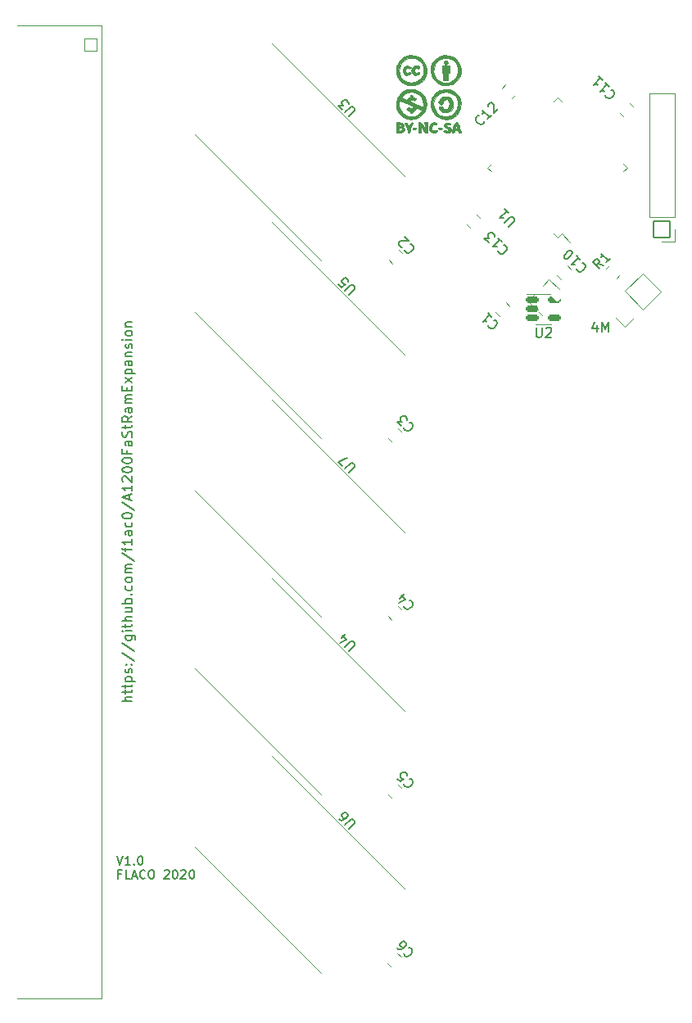
<source format=gto>
G04 #@! TF.GenerationSoftware,KiCad,Pcbnew,6.0.8-f2edbf62ab~116~ubuntu22.04.1*
G04 #@! TF.CreationDate,2022-10-12T19:55:46+02:00*
G04 #@! TF.ProjectId,A1200FaStRamExpansion,41313230-3046-4615-9374-52616d457870,1.0*
G04 #@! TF.SameCoordinates,Original*
G04 #@! TF.FileFunction,Legend,Top*
G04 #@! TF.FilePolarity,Positive*
%FSLAX46Y46*%
G04 Gerber Fmt 4.6, Leading zero omitted, Abs format (unit mm)*
G04 Created by KiCad (PCBNEW 6.0.8-f2edbf62ab~116~ubuntu22.04.1) date 2022-10-12 19:55:46*
%MOMM*%
%LPD*%
G01*
G04 APERTURE LIST*
G04 Aperture macros list*
%AMRoundRect*
0 Rectangle with rounded corners*
0 $1 Rounding radius*
0 $2 $3 $4 $5 $6 $7 $8 $9 X,Y pos of 4 corners*
0 Add a 4 corners polygon primitive as box body*
4,1,4,$2,$3,$4,$5,$6,$7,$8,$9,$2,$3,0*
0 Add four circle primitives for the rounded corners*
1,1,$1+$1,$2,$3*
1,1,$1+$1,$4,$5*
1,1,$1+$1,$6,$7*
1,1,$1+$1,$8,$9*
0 Add four rect primitives between the rounded corners*
20,1,$1+$1,$2,$3,$4,$5,0*
20,1,$1+$1,$4,$5,$6,$7,0*
20,1,$1+$1,$6,$7,$8,$9,0*
20,1,$1+$1,$8,$9,$2,$3,0*%
%AMHorizOval*
0 Thick line with rounded ends*
0 $1 width*
0 $2 $3 position (X,Y) of the first rounded end (center of the circle)*
0 $4 $5 position (X,Y) of the second rounded end (center of the circle)*
0 Add line between two ends*
20,1,$1,$2,$3,$4,$5,0*
0 Add two circle primitives to create the rounded ends*
1,1,$1,$2,$3*
1,1,$1,$4,$5*%
G04 Aperture macros list end*
%ADD10C,0.140000*%
%ADD11C,0.150000*%
%ADD12C,0.120000*%
%ADD13C,0.100000*%
%ADD14C,0.010000*%
%ADD15C,0.300000*%
%ADD16RoundRect,0.300000X-0.512652X-0.159099X-0.159099X-0.512652X0.512652X0.159099X0.159099X0.512652X0*%
%ADD17RoundRect,0.300000X0.512652X0.159099X0.159099X0.512652X-0.512652X-0.159099X-0.159099X-0.512652X0*%
%ADD18RoundRect,0.050800X0.654000X-0.654000X0.654000X0.654000X-0.654000X0.654000X-0.654000X-0.654000X0*%
%ADD19C,1.409600*%
%ADD20RoundRect,0.187500X0.521491X-0.327037X-0.327037X0.521491X-0.521491X0.327037X0.327037X-0.521491X0*%
%ADD21RoundRect,0.187500X0.521491X0.327037X0.327037X0.521491X-0.521491X-0.327037X-0.327037X-0.521491X0*%
%ADD22RoundRect,0.050000X-0.477297X0.300520X0.300520X-0.477297X0.477297X-0.300520X-0.300520X0.477297X0*%
%ADD23RoundRect,0.200000X-0.512500X-0.150000X0.512500X-0.150000X0.512500X0.150000X-0.512500X0.150000X0*%
%ADD24RoundRect,0.050000X0.601041X-0.035355X-0.035355X0.601041X-0.601041X0.035355X0.035355X-0.601041X0*%
%ADD25RoundRect,0.050000X0.850000X0.850000X-0.850000X0.850000X-0.850000X-0.850000X0.850000X-0.850000X0*%
%ADD26O,1.800000X1.800000*%
%ADD27RoundRect,0.300000X0.159099X-0.512652X0.512652X-0.159099X-0.159099X0.512652X-0.512652X0.159099X0*%
%ADD28RoundRect,0.050000X1.202082X0.000000X0.000000X1.202082X-1.202082X0.000000X0.000000X-1.202082X0*%
%ADD29HorizOval,1.800000X0.000000X0.000000X0.000000X0.000000X0*%
%ADD30RoundRect,0.300000X0.132583X-0.503814X0.503814X-0.132583X-0.132583X0.503814X-0.503814X0.132583X0*%
G04 APERTURE END LIST*
D10*
X89076714Y-141022642D02*
X89376714Y-141922642D01*
X89676714Y-141022642D01*
X90448142Y-141922642D02*
X89933857Y-141922642D01*
X90191000Y-141922642D02*
X90191000Y-141022642D01*
X90105285Y-141151214D01*
X90019571Y-141236928D01*
X89933857Y-141279785D01*
X90833857Y-141836928D02*
X90876714Y-141879785D01*
X90833857Y-141922642D01*
X90791000Y-141879785D01*
X90833857Y-141836928D01*
X90833857Y-141922642D01*
X91433857Y-141022642D02*
X91519571Y-141022642D01*
X91605285Y-141065500D01*
X91648142Y-141108357D01*
X91691000Y-141194071D01*
X91733857Y-141365500D01*
X91733857Y-141579785D01*
X91691000Y-141751214D01*
X91648142Y-141836928D01*
X91605285Y-141879785D01*
X91519571Y-141922642D01*
X91433857Y-141922642D01*
X91348142Y-141879785D01*
X91305285Y-141836928D01*
X91262428Y-141751214D01*
X91219571Y-141579785D01*
X91219571Y-141365500D01*
X91262428Y-141194071D01*
X91305285Y-141108357D01*
X91348142Y-141065500D01*
X91433857Y-141022642D01*
X89505285Y-142900214D02*
X89205285Y-142900214D01*
X89205285Y-143371642D02*
X89205285Y-142471642D01*
X89633857Y-142471642D01*
X90405285Y-143371642D02*
X89976714Y-143371642D01*
X89976714Y-142471642D01*
X90662428Y-143114500D02*
X91091000Y-143114500D01*
X90576714Y-143371642D02*
X90876714Y-142471642D01*
X91176714Y-143371642D01*
X91991000Y-143285928D02*
X91948142Y-143328785D01*
X91819571Y-143371642D01*
X91733857Y-143371642D01*
X91605285Y-143328785D01*
X91519571Y-143243071D01*
X91476714Y-143157357D01*
X91433857Y-142985928D01*
X91433857Y-142857357D01*
X91476714Y-142685928D01*
X91519571Y-142600214D01*
X91605285Y-142514500D01*
X91733857Y-142471642D01*
X91819571Y-142471642D01*
X91948142Y-142514500D01*
X91991000Y-142557357D01*
X92548142Y-142471642D02*
X92719571Y-142471642D01*
X92805285Y-142514500D01*
X92891000Y-142600214D01*
X92933857Y-142771642D01*
X92933857Y-143071642D01*
X92891000Y-143243071D01*
X92805285Y-143328785D01*
X92719571Y-143371642D01*
X92548142Y-143371642D01*
X92462428Y-143328785D01*
X92376714Y-143243071D01*
X92333857Y-143071642D01*
X92333857Y-142771642D01*
X92376714Y-142600214D01*
X92462428Y-142514500D01*
X92548142Y-142471642D01*
X93962428Y-142557357D02*
X94005285Y-142514500D01*
X94091000Y-142471642D01*
X94305285Y-142471642D01*
X94391000Y-142514500D01*
X94433857Y-142557357D01*
X94476714Y-142643071D01*
X94476714Y-142728785D01*
X94433857Y-142857357D01*
X93919571Y-143371642D01*
X94476714Y-143371642D01*
X95033857Y-142471642D02*
X95119571Y-142471642D01*
X95205285Y-142514500D01*
X95248142Y-142557357D01*
X95291000Y-142643071D01*
X95333857Y-142814500D01*
X95333857Y-143028785D01*
X95291000Y-143200214D01*
X95248142Y-143285928D01*
X95205285Y-143328785D01*
X95119571Y-143371642D01*
X95033857Y-143371642D01*
X94948142Y-143328785D01*
X94905285Y-143285928D01*
X94862428Y-143200214D01*
X94819571Y-143028785D01*
X94819571Y-142814500D01*
X94862428Y-142643071D01*
X94905285Y-142557357D01*
X94948142Y-142514500D01*
X95033857Y-142471642D01*
X95676714Y-142557357D02*
X95719571Y-142514500D01*
X95805285Y-142471642D01*
X96019571Y-142471642D01*
X96105285Y-142514500D01*
X96148142Y-142557357D01*
X96191000Y-142643071D01*
X96191000Y-142728785D01*
X96148142Y-142857357D01*
X95633857Y-143371642D01*
X96191000Y-143371642D01*
X96748142Y-142471642D02*
X96833857Y-142471642D01*
X96919571Y-142514500D01*
X96962428Y-142557357D01*
X97005285Y-142643071D01*
X97048142Y-142814500D01*
X97048142Y-143028785D01*
X97005285Y-143200214D01*
X96962428Y-143285928D01*
X96919571Y-143328785D01*
X96833857Y-143371642D01*
X96748142Y-143371642D01*
X96662428Y-143328785D01*
X96619571Y-143285928D01*
X96576714Y-143200214D01*
X96533857Y-143028785D01*
X96533857Y-142814500D01*
X96576714Y-142643071D01*
X96619571Y-142557357D01*
X96662428Y-142514500D01*
X96748142Y-142471642D01*
D11*
X138684047Y-86145714D02*
X138684047Y-86812380D01*
X138445952Y-85764761D02*
X138207857Y-86479047D01*
X138826904Y-86479047D01*
X139207857Y-86812380D02*
X139207857Y-85812380D01*
X139541190Y-86526666D01*
X139874523Y-85812380D01*
X139874523Y-86812380D01*
X90622380Y-124981428D02*
X89622380Y-124981428D01*
X90622380Y-124552857D02*
X90098571Y-124552857D01*
X90003333Y-124600476D01*
X89955714Y-124695714D01*
X89955714Y-124838571D01*
X90003333Y-124933809D01*
X90050952Y-124981428D01*
X89955714Y-124219523D02*
X89955714Y-123838571D01*
X89622380Y-124076666D02*
X90479523Y-124076666D01*
X90574761Y-124029047D01*
X90622380Y-123933809D01*
X90622380Y-123838571D01*
X89955714Y-123648095D02*
X89955714Y-123267142D01*
X89622380Y-123505238D02*
X90479523Y-123505238D01*
X90574761Y-123457619D01*
X90622380Y-123362380D01*
X90622380Y-123267142D01*
X89955714Y-122933809D02*
X90955714Y-122933809D01*
X90003333Y-122933809D02*
X89955714Y-122838571D01*
X89955714Y-122648095D01*
X90003333Y-122552857D01*
X90050952Y-122505238D01*
X90146190Y-122457619D01*
X90431904Y-122457619D01*
X90527142Y-122505238D01*
X90574761Y-122552857D01*
X90622380Y-122648095D01*
X90622380Y-122838571D01*
X90574761Y-122933809D01*
X90574761Y-122076666D02*
X90622380Y-121981428D01*
X90622380Y-121790952D01*
X90574761Y-121695714D01*
X90479523Y-121648095D01*
X90431904Y-121648095D01*
X90336666Y-121695714D01*
X90289047Y-121790952D01*
X90289047Y-121933809D01*
X90241428Y-122029047D01*
X90146190Y-122076666D01*
X90098571Y-122076666D01*
X90003333Y-122029047D01*
X89955714Y-121933809D01*
X89955714Y-121790952D01*
X90003333Y-121695714D01*
X90527142Y-121219523D02*
X90574761Y-121171904D01*
X90622380Y-121219523D01*
X90574761Y-121267142D01*
X90527142Y-121219523D01*
X90622380Y-121219523D01*
X90003333Y-121219523D02*
X90050952Y-121171904D01*
X90098571Y-121219523D01*
X90050952Y-121267142D01*
X90003333Y-121219523D01*
X90098571Y-121219523D01*
X89574761Y-120029047D02*
X90860476Y-120886190D01*
X89574761Y-118981428D02*
X90860476Y-119838571D01*
X89955714Y-118219523D02*
X90765238Y-118219523D01*
X90860476Y-118267142D01*
X90908095Y-118314761D01*
X90955714Y-118410000D01*
X90955714Y-118552857D01*
X90908095Y-118648095D01*
X90574761Y-118219523D02*
X90622380Y-118314761D01*
X90622380Y-118505238D01*
X90574761Y-118600476D01*
X90527142Y-118648095D01*
X90431904Y-118695714D01*
X90146190Y-118695714D01*
X90050952Y-118648095D01*
X90003333Y-118600476D01*
X89955714Y-118505238D01*
X89955714Y-118314761D01*
X90003333Y-118219523D01*
X90622380Y-117743333D02*
X89955714Y-117743333D01*
X89622380Y-117743333D02*
X89670000Y-117790952D01*
X89717619Y-117743333D01*
X89670000Y-117695714D01*
X89622380Y-117743333D01*
X89717619Y-117743333D01*
X89955714Y-117410000D02*
X89955714Y-117029047D01*
X89622380Y-117267142D02*
X90479523Y-117267142D01*
X90574761Y-117219523D01*
X90622380Y-117124285D01*
X90622380Y-117029047D01*
X90622380Y-116695714D02*
X89622380Y-116695714D01*
X90622380Y-116267142D02*
X90098571Y-116267142D01*
X90003333Y-116314761D01*
X89955714Y-116410000D01*
X89955714Y-116552857D01*
X90003333Y-116648095D01*
X90050952Y-116695714D01*
X89955714Y-115362380D02*
X90622380Y-115362380D01*
X89955714Y-115790952D02*
X90479523Y-115790952D01*
X90574761Y-115743333D01*
X90622380Y-115648095D01*
X90622380Y-115505238D01*
X90574761Y-115410000D01*
X90527142Y-115362380D01*
X90622380Y-114886190D02*
X89622380Y-114886190D01*
X90003333Y-114886190D02*
X89955714Y-114790952D01*
X89955714Y-114600476D01*
X90003333Y-114505238D01*
X90050952Y-114457619D01*
X90146190Y-114410000D01*
X90431904Y-114410000D01*
X90527142Y-114457619D01*
X90574761Y-114505238D01*
X90622380Y-114600476D01*
X90622380Y-114790952D01*
X90574761Y-114886190D01*
X90527142Y-113981428D02*
X90574761Y-113933809D01*
X90622380Y-113981428D01*
X90574761Y-114029047D01*
X90527142Y-113981428D01*
X90622380Y-113981428D01*
X90574761Y-113076666D02*
X90622380Y-113171904D01*
X90622380Y-113362380D01*
X90574761Y-113457619D01*
X90527142Y-113505238D01*
X90431904Y-113552857D01*
X90146190Y-113552857D01*
X90050952Y-113505238D01*
X90003333Y-113457619D01*
X89955714Y-113362380D01*
X89955714Y-113171904D01*
X90003333Y-113076666D01*
X90622380Y-112505238D02*
X90574761Y-112600476D01*
X90527142Y-112648095D01*
X90431904Y-112695714D01*
X90146190Y-112695714D01*
X90050952Y-112648095D01*
X90003333Y-112600476D01*
X89955714Y-112505238D01*
X89955714Y-112362380D01*
X90003333Y-112267142D01*
X90050952Y-112219523D01*
X90146190Y-112171904D01*
X90431904Y-112171904D01*
X90527142Y-112219523D01*
X90574761Y-112267142D01*
X90622380Y-112362380D01*
X90622380Y-112505238D01*
X90622380Y-111743333D02*
X89955714Y-111743333D01*
X90050952Y-111743333D02*
X90003333Y-111695714D01*
X89955714Y-111600476D01*
X89955714Y-111457619D01*
X90003333Y-111362380D01*
X90098571Y-111314761D01*
X90622380Y-111314761D01*
X90098571Y-111314761D02*
X90003333Y-111267142D01*
X89955714Y-111171904D01*
X89955714Y-111029047D01*
X90003333Y-110933809D01*
X90098571Y-110886190D01*
X90622380Y-110886190D01*
X89574761Y-109695714D02*
X90860476Y-110552857D01*
X89955714Y-109505238D02*
X89955714Y-109124285D01*
X90622380Y-109362380D02*
X89765238Y-109362380D01*
X89670000Y-109314761D01*
X89622380Y-109219523D01*
X89622380Y-109124285D01*
X90622380Y-108267142D02*
X90622380Y-108838571D01*
X90622380Y-108552857D02*
X89622380Y-108552857D01*
X89765238Y-108648095D01*
X89860476Y-108743333D01*
X89908095Y-108838571D01*
X90622380Y-107410000D02*
X90098571Y-107410000D01*
X90003333Y-107457619D01*
X89955714Y-107552857D01*
X89955714Y-107743333D01*
X90003333Y-107838571D01*
X90574761Y-107410000D02*
X90622380Y-107505238D01*
X90622380Y-107743333D01*
X90574761Y-107838571D01*
X90479523Y-107886190D01*
X90384285Y-107886190D01*
X90289047Y-107838571D01*
X90241428Y-107743333D01*
X90241428Y-107505238D01*
X90193809Y-107410000D01*
X90574761Y-106505238D02*
X90622380Y-106600476D01*
X90622380Y-106790952D01*
X90574761Y-106886190D01*
X90527142Y-106933809D01*
X90431904Y-106981428D01*
X90146190Y-106981428D01*
X90050952Y-106933809D01*
X90003333Y-106886190D01*
X89955714Y-106790952D01*
X89955714Y-106600476D01*
X90003333Y-106505238D01*
X89622380Y-105886190D02*
X89622380Y-105790952D01*
X89670000Y-105695714D01*
X89717619Y-105648095D01*
X89812857Y-105600476D01*
X90003333Y-105552857D01*
X90241428Y-105552857D01*
X90431904Y-105600476D01*
X90527142Y-105648095D01*
X90574761Y-105695714D01*
X90622380Y-105790952D01*
X90622380Y-105886190D01*
X90574761Y-105981428D01*
X90527142Y-106029047D01*
X90431904Y-106076666D01*
X90241428Y-106124285D01*
X90003333Y-106124285D01*
X89812857Y-106076666D01*
X89717619Y-106029047D01*
X89670000Y-105981428D01*
X89622380Y-105886190D01*
X89574761Y-104410000D02*
X90860476Y-105267142D01*
X90336666Y-104124285D02*
X90336666Y-103648095D01*
X90622380Y-104219523D02*
X89622380Y-103886190D01*
X90622380Y-103552857D01*
X90622380Y-102695714D02*
X90622380Y-103267142D01*
X90622380Y-102981428D02*
X89622380Y-102981428D01*
X89765238Y-103076666D01*
X89860476Y-103171904D01*
X89908095Y-103267142D01*
X89717619Y-102314761D02*
X89670000Y-102267142D01*
X89622380Y-102171904D01*
X89622380Y-101933809D01*
X89670000Y-101838571D01*
X89717619Y-101790952D01*
X89812857Y-101743333D01*
X89908095Y-101743333D01*
X90050952Y-101790952D01*
X90622380Y-102362380D01*
X90622380Y-101743333D01*
X89622380Y-101124285D02*
X89622380Y-101029047D01*
X89670000Y-100933809D01*
X89717619Y-100886190D01*
X89812857Y-100838571D01*
X90003333Y-100790952D01*
X90241428Y-100790952D01*
X90431904Y-100838571D01*
X90527142Y-100886190D01*
X90574761Y-100933809D01*
X90622380Y-101029047D01*
X90622380Y-101124285D01*
X90574761Y-101219523D01*
X90527142Y-101267142D01*
X90431904Y-101314761D01*
X90241428Y-101362380D01*
X90003333Y-101362380D01*
X89812857Y-101314761D01*
X89717619Y-101267142D01*
X89670000Y-101219523D01*
X89622380Y-101124285D01*
X89622380Y-100171904D02*
X89622380Y-100076666D01*
X89670000Y-99981428D01*
X89717619Y-99933809D01*
X89812857Y-99886190D01*
X90003333Y-99838571D01*
X90241428Y-99838571D01*
X90431904Y-99886190D01*
X90527142Y-99933809D01*
X90574761Y-99981428D01*
X90622380Y-100076666D01*
X90622380Y-100171904D01*
X90574761Y-100267142D01*
X90527142Y-100314761D01*
X90431904Y-100362380D01*
X90241428Y-100410000D01*
X90003333Y-100410000D01*
X89812857Y-100362380D01*
X89717619Y-100314761D01*
X89670000Y-100267142D01*
X89622380Y-100171904D01*
X90098571Y-99076666D02*
X90098571Y-99410000D01*
X90622380Y-99410000D02*
X89622380Y-99410000D01*
X89622380Y-98933809D01*
X90622380Y-98124285D02*
X90098571Y-98124285D01*
X90003333Y-98171904D01*
X89955714Y-98267142D01*
X89955714Y-98457619D01*
X90003333Y-98552857D01*
X90574761Y-98124285D02*
X90622380Y-98219523D01*
X90622380Y-98457619D01*
X90574761Y-98552857D01*
X90479523Y-98600476D01*
X90384285Y-98600476D01*
X90289047Y-98552857D01*
X90241428Y-98457619D01*
X90241428Y-98219523D01*
X90193809Y-98124285D01*
X90574761Y-97695714D02*
X90622380Y-97552857D01*
X90622380Y-97314761D01*
X90574761Y-97219523D01*
X90527142Y-97171904D01*
X90431904Y-97124285D01*
X90336666Y-97124285D01*
X90241428Y-97171904D01*
X90193809Y-97219523D01*
X90146190Y-97314761D01*
X90098571Y-97505238D01*
X90050952Y-97600476D01*
X90003333Y-97648095D01*
X89908095Y-97695714D01*
X89812857Y-97695714D01*
X89717619Y-97648095D01*
X89670000Y-97600476D01*
X89622380Y-97505238D01*
X89622380Y-97267142D01*
X89670000Y-97124285D01*
X89955714Y-96838571D02*
X89955714Y-96457619D01*
X89622380Y-96695714D02*
X90479523Y-96695714D01*
X90574761Y-96648095D01*
X90622380Y-96552857D01*
X90622380Y-96457619D01*
X90622380Y-95552857D02*
X90146190Y-95886190D01*
X90622380Y-96124285D02*
X89622380Y-96124285D01*
X89622380Y-95743333D01*
X89670000Y-95648095D01*
X89717619Y-95600476D01*
X89812857Y-95552857D01*
X89955714Y-95552857D01*
X90050952Y-95600476D01*
X90098571Y-95648095D01*
X90146190Y-95743333D01*
X90146190Y-96124285D01*
X90622380Y-94695714D02*
X90098571Y-94695714D01*
X90003333Y-94743333D01*
X89955714Y-94838571D01*
X89955714Y-95029047D01*
X90003333Y-95124285D01*
X90574761Y-94695714D02*
X90622380Y-94790952D01*
X90622380Y-95029047D01*
X90574761Y-95124285D01*
X90479523Y-95171904D01*
X90384285Y-95171904D01*
X90289047Y-95124285D01*
X90241428Y-95029047D01*
X90241428Y-94790952D01*
X90193809Y-94695714D01*
X90622380Y-94219523D02*
X89955714Y-94219523D01*
X90050952Y-94219523D02*
X90003333Y-94171904D01*
X89955714Y-94076666D01*
X89955714Y-93933809D01*
X90003333Y-93838571D01*
X90098571Y-93790952D01*
X90622380Y-93790952D01*
X90098571Y-93790952D02*
X90003333Y-93743333D01*
X89955714Y-93648095D01*
X89955714Y-93505238D01*
X90003333Y-93410000D01*
X90098571Y-93362380D01*
X90622380Y-93362380D01*
X90098571Y-92886190D02*
X90098571Y-92552857D01*
X90622380Y-92410000D02*
X90622380Y-92886190D01*
X89622380Y-92886190D01*
X89622380Y-92410000D01*
X90622380Y-92076666D02*
X89955714Y-91552857D01*
X89955714Y-92076666D02*
X90622380Y-91552857D01*
X89955714Y-91171904D02*
X90955714Y-91171904D01*
X90003333Y-91171904D02*
X89955714Y-91076666D01*
X89955714Y-90886190D01*
X90003333Y-90790952D01*
X90050952Y-90743333D01*
X90146190Y-90695714D01*
X90431904Y-90695714D01*
X90527142Y-90743333D01*
X90574761Y-90790952D01*
X90622380Y-90886190D01*
X90622380Y-91076666D01*
X90574761Y-91171904D01*
X90622380Y-89838571D02*
X90098571Y-89838571D01*
X90003333Y-89886190D01*
X89955714Y-89981428D01*
X89955714Y-90171904D01*
X90003333Y-90267142D01*
X90574761Y-89838571D02*
X90622380Y-89933809D01*
X90622380Y-90171904D01*
X90574761Y-90267142D01*
X90479523Y-90314761D01*
X90384285Y-90314761D01*
X90289047Y-90267142D01*
X90241428Y-90171904D01*
X90241428Y-89933809D01*
X90193809Y-89838571D01*
X89955714Y-89362380D02*
X90622380Y-89362380D01*
X90050952Y-89362380D02*
X90003333Y-89314761D01*
X89955714Y-89219523D01*
X89955714Y-89076666D01*
X90003333Y-88981428D01*
X90098571Y-88933809D01*
X90622380Y-88933809D01*
X90574761Y-88505238D02*
X90622380Y-88410000D01*
X90622380Y-88219523D01*
X90574761Y-88124285D01*
X90479523Y-88076666D01*
X90431904Y-88076666D01*
X90336666Y-88124285D01*
X90289047Y-88219523D01*
X90289047Y-88362380D01*
X90241428Y-88457619D01*
X90146190Y-88505238D01*
X90098571Y-88505238D01*
X90003333Y-88457619D01*
X89955714Y-88362380D01*
X89955714Y-88219523D01*
X90003333Y-88124285D01*
X90622380Y-87648095D02*
X89955714Y-87648095D01*
X89622380Y-87648095D02*
X89670000Y-87695714D01*
X89717619Y-87648095D01*
X89670000Y-87600476D01*
X89622380Y-87648095D01*
X89717619Y-87648095D01*
X90622380Y-87029047D02*
X90574761Y-87124285D01*
X90527142Y-87171904D01*
X90431904Y-87219523D01*
X90146190Y-87219523D01*
X90050952Y-87171904D01*
X90003333Y-87124285D01*
X89955714Y-87029047D01*
X89955714Y-86886190D01*
X90003333Y-86790952D01*
X90050952Y-86743333D01*
X90146190Y-86695714D01*
X90431904Y-86695714D01*
X90527142Y-86743333D01*
X90574761Y-86790952D01*
X90622380Y-86886190D01*
X90622380Y-87029047D01*
X89955714Y-86267142D02*
X90622380Y-86267142D01*
X90050952Y-86267142D02*
X90003333Y-86219523D01*
X89955714Y-86124285D01*
X89955714Y-85981428D01*
X90003333Y-85886190D01*
X90098571Y-85838571D01*
X90622380Y-85838571D01*
X119393115Y-77756086D02*
X119460458Y-77756086D01*
X119595145Y-77823430D01*
X119662489Y-77890774D01*
X119729832Y-78025461D01*
X119729832Y-78160148D01*
X119696161Y-78261163D01*
X119595145Y-78429522D01*
X119494130Y-78530537D01*
X119325771Y-78631552D01*
X119224756Y-78665224D01*
X119090069Y-78665224D01*
X118955382Y-78597880D01*
X118888038Y-78530537D01*
X118820695Y-78395850D01*
X118820695Y-78328506D01*
X118551321Y-78059132D02*
X118483977Y-78059132D01*
X118382962Y-78025461D01*
X118214603Y-77857102D01*
X118180932Y-77756086D01*
X118180932Y-77688743D01*
X118214603Y-77587728D01*
X118281947Y-77520384D01*
X118416634Y-77453041D01*
X119224756Y-77453041D01*
X118787023Y-77015308D01*
X119266115Y-150463586D02*
X119333458Y-150463586D01*
X119468145Y-150530930D01*
X119535489Y-150598274D01*
X119602832Y-150732961D01*
X119602832Y-150867648D01*
X119569161Y-150968663D01*
X119468145Y-151137022D01*
X119367130Y-151238037D01*
X119198771Y-151339052D01*
X119097756Y-151372724D01*
X118963069Y-151372724D01*
X118828382Y-151305380D01*
X118761038Y-151238037D01*
X118693695Y-151103350D01*
X118693695Y-151036006D01*
X118020260Y-150497258D02*
X118154947Y-150631945D01*
X118255962Y-150665617D01*
X118323306Y-150665617D01*
X118491664Y-150631945D01*
X118660023Y-150530930D01*
X118929397Y-150261556D01*
X118963069Y-150160541D01*
X118963069Y-150093197D01*
X118929397Y-149992182D01*
X118794710Y-149857495D01*
X118693695Y-149823823D01*
X118626351Y-149823823D01*
X118525336Y-149857495D01*
X118356977Y-150025854D01*
X118323306Y-150126869D01*
X118323306Y-150194212D01*
X118356977Y-150295228D01*
X118491664Y-150429915D01*
X118592680Y-150463586D01*
X118660023Y-150463586D01*
X118761038Y-150429915D01*
X140153106Y-61797030D02*
X140220450Y-61797030D01*
X140355137Y-61864374D01*
X140422480Y-61931717D01*
X140489824Y-62066404D01*
X140489824Y-62201091D01*
X140456152Y-62302106D01*
X140355137Y-62470465D01*
X140254122Y-62571480D01*
X140085763Y-62672496D01*
X139984748Y-62706167D01*
X139850061Y-62706167D01*
X139715374Y-62638824D01*
X139648030Y-62571480D01*
X139580687Y-62436793D01*
X139580687Y-62369450D01*
X139547015Y-61056251D02*
X139951076Y-61460312D01*
X139749045Y-61258282D02*
X139041938Y-61965389D01*
X139210297Y-61931717D01*
X139344984Y-61931717D01*
X139446000Y-61965389D01*
X138873580Y-60382816D02*
X139277641Y-60786877D01*
X139075610Y-60584847D02*
X138368503Y-61291954D01*
X138536862Y-61258282D01*
X138671549Y-61258282D01*
X138772564Y-61291954D01*
X129574287Y-75973208D02*
X130146707Y-75400788D01*
X130180379Y-75299773D01*
X130180379Y-75232429D01*
X130146707Y-75131414D01*
X130012020Y-74996727D01*
X129911005Y-74963055D01*
X129843661Y-74963055D01*
X129742646Y-74996727D01*
X129170226Y-75569147D01*
X129170226Y-74154933D02*
X129574287Y-74558994D01*
X129372257Y-74356964D02*
X128665150Y-75064070D01*
X128833509Y-75030399D01*
X128968196Y-75030399D01*
X129069211Y-75064070D01*
X113051269Y-64556226D02*
X113623689Y-63983806D01*
X113657361Y-63882791D01*
X113657361Y-63815447D01*
X113623689Y-63714432D01*
X113489002Y-63579745D01*
X113387987Y-63546073D01*
X113320643Y-63546073D01*
X113219628Y-63579745D01*
X112647208Y-64152165D01*
X112377834Y-63882791D02*
X111940102Y-63445058D01*
X112445178Y-63411386D01*
X112344163Y-63310371D01*
X112310491Y-63209356D01*
X112310491Y-63142012D01*
X112344163Y-63040997D01*
X112512521Y-62872638D01*
X112613537Y-62838966D01*
X112680880Y-62838966D01*
X112781895Y-62872638D01*
X112983926Y-63074669D01*
X113017598Y-63175684D01*
X113017598Y-63243027D01*
X113051269Y-119801226D02*
X113623689Y-119228806D01*
X113657361Y-119127791D01*
X113657361Y-119060447D01*
X113623689Y-118959432D01*
X113489002Y-118824745D01*
X113387987Y-118791073D01*
X113320643Y-118791073D01*
X113219628Y-118824745D01*
X112647208Y-119397165D01*
X112243147Y-118521699D02*
X112714552Y-118050295D01*
X112142132Y-118959432D02*
X112815567Y-118622714D01*
X112377834Y-118184982D01*
X113051269Y-82971226D02*
X113623689Y-82398806D01*
X113657361Y-82297791D01*
X113657361Y-82230447D01*
X113623689Y-82129432D01*
X113489002Y-81994745D01*
X113387987Y-81961073D01*
X113320643Y-81961073D01*
X113219628Y-81994745D01*
X112647208Y-82567165D01*
X111973773Y-81893730D02*
X112310491Y-82230447D01*
X112680880Y-81927401D01*
X112613537Y-81927401D01*
X112512521Y-81893730D01*
X112344163Y-81725371D01*
X112310491Y-81624356D01*
X112310491Y-81557012D01*
X112344163Y-81455997D01*
X112512521Y-81287638D01*
X112613537Y-81253966D01*
X112680880Y-81253966D01*
X112781895Y-81287638D01*
X112950254Y-81455997D01*
X112983926Y-81557012D01*
X112983926Y-81624356D01*
X113051269Y-138216226D02*
X113623689Y-137643806D01*
X113657361Y-137542791D01*
X113657361Y-137475447D01*
X113623689Y-137374432D01*
X113489002Y-137239745D01*
X113387987Y-137206073D01*
X113320643Y-137206073D01*
X113219628Y-137239745D01*
X112647208Y-137812165D01*
X112007445Y-137172401D02*
X112142132Y-137307088D01*
X112243147Y-137340760D01*
X112310491Y-137340760D01*
X112478850Y-137307088D01*
X112647208Y-137206073D01*
X112916582Y-136936699D01*
X112950254Y-136835684D01*
X112950254Y-136768340D01*
X112916582Y-136667325D01*
X112781895Y-136532638D01*
X112680880Y-136498966D01*
X112613537Y-136498966D01*
X112512521Y-136532638D01*
X112344163Y-136700997D01*
X112310491Y-136802012D01*
X112310491Y-136869356D01*
X112344163Y-136970371D01*
X112478850Y-137105058D01*
X112579865Y-137138730D01*
X112647208Y-137138730D01*
X112748224Y-137105058D01*
X113051269Y-101386226D02*
X113623689Y-100813806D01*
X113657361Y-100712791D01*
X113657361Y-100645447D01*
X113623689Y-100544432D01*
X113489002Y-100409745D01*
X113387987Y-100376073D01*
X113320643Y-100376073D01*
X113219628Y-100409745D01*
X112647208Y-100982165D01*
X112377834Y-100712791D02*
X111906430Y-100241386D01*
X112916582Y-99837325D01*
X119329615Y-114586086D02*
X119396958Y-114586086D01*
X119531645Y-114653430D01*
X119598989Y-114720774D01*
X119666332Y-114855461D01*
X119666332Y-114990148D01*
X119632661Y-115091163D01*
X119531645Y-115259522D01*
X119430630Y-115360537D01*
X119262271Y-115461552D01*
X119161256Y-115495224D01*
X119026569Y-115495224D01*
X118891882Y-115427880D01*
X118824538Y-115360537D01*
X118757195Y-115225850D01*
X118757195Y-115158506D01*
X118319462Y-114384056D02*
X118790867Y-113912651D01*
X118218447Y-114821789D02*
X118891882Y-114485071D01*
X118454149Y-114047338D01*
X119329615Y-133001086D02*
X119396958Y-133001086D01*
X119531645Y-133068430D01*
X119598989Y-133135774D01*
X119666332Y-133270461D01*
X119666332Y-133405148D01*
X119632661Y-133506163D01*
X119531645Y-133674522D01*
X119430630Y-133775537D01*
X119262271Y-133876552D01*
X119161256Y-133910224D01*
X119026569Y-133910224D01*
X118891882Y-133842880D01*
X118824538Y-133775537D01*
X118757195Y-133640850D01*
X118757195Y-133573506D01*
X118050088Y-133001086D02*
X118386806Y-133337804D01*
X118757195Y-133034758D01*
X118689851Y-133034758D01*
X118588836Y-133001086D01*
X118420477Y-132832728D01*
X118386806Y-132731712D01*
X118386806Y-132664369D01*
X118420477Y-132563354D01*
X118588836Y-132394995D01*
X118689851Y-132361323D01*
X118757195Y-132361323D01*
X118858210Y-132394995D01*
X119026569Y-132563354D01*
X119060241Y-132664369D01*
X119060241Y-132731712D01*
X119329615Y-96171086D02*
X119396958Y-96171086D01*
X119531645Y-96238430D01*
X119598989Y-96305774D01*
X119666332Y-96440461D01*
X119666332Y-96575148D01*
X119632661Y-96676163D01*
X119531645Y-96844522D01*
X119430630Y-96945537D01*
X119262271Y-97046552D01*
X119161256Y-97080224D01*
X119026569Y-97080224D01*
X118891882Y-97012880D01*
X118824538Y-96945537D01*
X118757195Y-96810850D01*
X118757195Y-96743506D01*
X118454149Y-96575148D02*
X118016416Y-96137415D01*
X118521493Y-96103743D01*
X118420477Y-96002728D01*
X118386806Y-95901712D01*
X118386806Y-95834369D01*
X118420477Y-95733354D01*
X118588836Y-95564995D01*
X118689851Y-95531323D01*
X118757195Y-95531323D01*
X118858210Y-95564995D01*
X119060241Y-95767025D01*
X119093913Y-95868041D01*
X119093913Y-95935384D01*
X132413095Y-86383880D02*
X132413095Y-87193404D01*
X132460714Y-87288642D01*
X132508333Y-87336261D01*
X132603571Y-87383880D01*
X132794047Y-87383880D01*
X132889285Y-87336261D01*
X132936904Y-87288642D01*
X132984523Y-87193404D01*
X132984523Y-86383880D01*
X133413095Y-86479119D02*
X133460714Y-86431500D01*
X133555952Y-86383880D01*
X133794047Y-86383880D01*
X133889285Y-86431500D01*
X133936904Y-86479119D01*
X133984523Y-86574357D01*
X133984523Y-86669595D01*
X133936904Y-86812452D01*
X133365476Y-87383880D01*
X133984523Y-87383880D01*
X128005389Y-85590312D02*
X128072732Y-85590312D01*
X128207419Y-85657656D01*
X128274763Y-85725000D01*
X128342106Y-85859687D01*
X128342106Y-85994374D01*
X128308435Y-86095389D01*
X128207419Y-86263748D01*
X128106404Y-86364763D01*
X127938045Y-86465778D01*
X127837030Y-86499450D01*
X127702343Y-86499450D01*
X127567656Y-86432106D01*
X127500312Y-86364763D01*
X127432969Y-86230076D01*
X127432969Y-86162732D01*
X127399297Y-84849534D02*
X127803358Y-85253595D01*
X127601328Y-85051564D02*
X126894221Y-85758671D01*
X127062580Y-85725000D01*
X127197267Y-85725000D01*
X127298282Y-85758671D01*
X129040606Y-77862530D02*
X129107950Y-77862530D01*
X129242637Y-77929874D01*
X129309980Y-77997217D01*
X129377324Y-78131904D01*
X129377324Y-78266591D01*
X129343652Y-78367606D01*
X129242637Y-78535965D01*
X129141622Y-78636980D01*
X128973263Y-78737996D01*
X128872248Y-78771667D01*
X128737561Y-78771667D01*
X128602874Y-78704324D01*
X128535530Y-78636980D01*
X128468187Y-78502293D01*
X128468187Y-78434950D01*
X128434515Y-77121751D02*
X128838576Y-77525812D01*
X128636545Y-77323782D02*
X127929438Y-78030889D01*
X128097797Y-77997217D01*
X128232484Y-77997217D01*
X128333500Y-78030889D01*
X127491706Y-77593156D02*
X127053973Y-77155423D01*
X127559049Y-77121751D01*
X127458034Y-77020736D01*
X127424362Y-76919721D01*
X127424362Y-76852377D01*
X127458034Y-76751362D01*
X127626393Y-76583003D01*
X127727408Y-76549332D01*
X127794751Y-76549332D01*
X127895767Y-76583003D01*
X128097797Y-76785034D01*
X128131469Y-76886049D01*
X128131469Y-76953393D01*
X137156745Y-79708217D02*
X137224089Y-79708217D01*
X137358776Y-79775561D01*
X137426119Y-79842904D01*
X137493463Y-79977591D01*
X137493463Y-80112278D01*
X137459791Y-80213293D01*
X137358776Y-80381652D01*
X137257761Y-80482667D01*
X137089402Y-80583683D01*
X136988387Y-80617354D01*
X136853700Y-80617354D01*
X136719013Y-80550011D01*
X136651669Y-80482667D01*
X136584326Y-80347980D01*
X136584326Y-80280637D01*
X136550654Y-78967438D02*
X136954715Y-79371499D01*
X136752684Y-79169469D02*
X136045577Y-79876576D01*
X136213936Y-79842904D01*
X136348623Y-79842904D01*
X136449639Y-79876576D01*
X135405814Y-79236812D02*
X135338471Y-79169469D01*
X135304799Y-79068454D01*
X135304799Y-79001110D01*
X135338471Y-78900095D01*
X135439486Y-78731736D01*
X135607845Y-78563377D01*
X135776203Y-78462362D01*
X135877219Y-78428690D01*
X135944562Y-78428690D01*
X136045577Y-78462362D01*
X136112921Y-78529706D01*
X136146593Y-78630721D01*
X136146593Y-78698064D01*
X136112921Y-78799080D01*
X136011906Y-78967438D01*
X135843547Y-79135797D01*
X135675188Y-79236812D01*
X135574173Y-79270484D01*
X135506829Y-79270484D01*
X135405814Y-79236812D01*
X127051969Y-65032605D02*
X127051969Y-65099949D01*
X126984625Y-65234636D01*
X126917282Y-65301979D01*
X126782595Y-65369323D01*
X126647908Y-65369323D01*
X126546893Y-65335651D01*
X126378534Y-65234636D01*
X126277519Y-65133621D01*
X126176503Y-64965262D01*
X126142832Y-64864247D01*
X126142832Y-64729560D01*
X126210175Y-64594873D01*
X126277519Y-64527529D01*
X126412206Y-64460186D01*
X126479549Y-64460186D01*
X127792748Y-64426514D02*
X127388687Y-64830575D01*
X127590717Y-64628544D02*
X126883610Y-63921437D01*
X126917282Y-64089796D01*
X126917282Y-64224483D01*
X126883610Y-64325499D01*
X127422358Y-63517376D02*
X127422358Y-63450033D01*
X127456030Y-63349018D01*
X127624389Y-63180659D01*
X127725404Y-63146987D01*
X127792748Y-63146987D01*
X127893763Y-63180659D01*
X127961106Y-63248002D01*
X128028450Y-63382689D01*
X128028450Y-64190811D01*
X128466183Y-63753079D01*
X139370304Y-79916006D02*
X138797884Y-79814991D01*
X138966243Y-80320067D02*
X138259136Y-79612961D01*
X138528510Y-79343586D01*
X138629525Y-79309915D01*
X138696869Y-79309915D01*
X138797884Y-79343586D01*
X138898899Y-79444602D01*
X138932571Y-79545617D01*
X138932571Y-79612961D01*
X138898899Y-79713976D01*
X138629525Y-79983350D01*
X140043739Y-79242571D02*
X139639678Y-79646632D01*
X139841709Y-79444602D02*
X139134602Y-78737495D01*
X139168274Y-78905854D01*
X139168274Y-79040541D01*
X139134602Y-79141556D01*
D12*
X118190990Y-78353043D02*
X118560457Y-78722510D01*
X117151543Y-79392490D02*
X117521010Y-79761957D01*
X117024543Y-152099990D02*
X117394010Y-152469457D01*
X118063990Y-151060543D02*
X118433457Y-151430010D01*
X142436457Y-63546010D02*
X142066990Y-63176543D01*
X141397010Y-64585457D02*
X141027543Y-64215990D01*
X87465000Y-155695000D02*
X87465000Y-55125000D01*
X87465000Y-55125000D02*
X78740000Y-55125000D01*
X87465000Y-155695000D02*
X78740000Y-155695000D01*
X127393369Y-69850000D02*
X127799955Y-69443414D01*
X135026586Y-76670045D02*
X135938754Y-77582213D01*
X134620000Y-77076631D02*
X135026586Y-76670045D01*
X141846631Y-69850000D02*
X141440045Y-70256586D01*
X127799955Y-70256586D02*
X127393369Y-69850000D01*
X141440045Y-69443414D02*
X141846631Y-69850000D01*
X135026586Y-63029955D02*
X134620000Y-62623369D01*
X134213414Y-76670045D02*
X134620000Y-77076631D01*
X134620000Y-62623369D02*
X134213414Y-63029955D01*
D13*
X118782876Y-70757889D02*
X105065004Y-57040017D01*
D12*
X97117124Y-66402111D02*
X110127889Y-79412876D01*
X97117124Y-121647111D02*
X110127889Y-134657876D01*
D13*
X118782876Y-126002889D02*
X105065004Y-112285017D01*
D12*
X97117124Y-84817111D02*
X110127889Y-97827876D01*
D13*
X118782876Y-89172889D02*
X105065004Y-75455017D01*
D12*
X97117124Y-140062111D02*
X110127889Y-153072876D01*
D13*
X118782876Y-144417889D02*
X105065004Y-130700017D01*
X118782876Y-107587889D02*
X105065004Y-93870017D01*
D12*
X97117124Y-103232111D02*
X110127889Y-116242876D01*
X118127490Y-115183043D02*
X118496957Y-115552510D01*
X117088043Y-116222490D02*
X117457510Y-116591957D01*
X118127490Y-133598043D02*
X118496957Y-133967510D01*
X117088043Y-134637490D02*
X117457510Y-135006957D01*
X118127490Y-96768043D02*
X118496957Y-97137510D01*
X117088043Y-97807490D02*
X117457510Y-98176957D01*
X133175000Y-86015000D02*
X133975000Y-86015000D01*
X133175000Y-82895000D02*
X131375000Y-82895000D01*
X133175000Y-86015000D02*
X132375000Y-86015000D01*
X133175000Y-82895000D02*
X133975000Y-82895000D01*
X131507615Y-83630570D02*
X133034966Y-85157920D01*
X133742073Y-81396112D02*
X134774448Y-82428488D01*
X131507615Y-83630570D02*
X132165224Y-82972960D01*
X133742073Y-81396112D02*
X133084463Y-82053721D01*
X129267903Y-83778456D02*
X129637370Y-84147923D01*
X128228456Y-84817903D02*
X128597923Y-85187370D01*
X125216043Y-75709490D02*
X125585510Y-76078957D01*
X126255490Y-74670043D02*
X126624957Y-75039510D01*
X135617903Y-79968456D02*
X135987370Y-80337923D01*
X134578456Y-81007903D02*
X134947923Y-81377370D01*
X146745000Y-74930000D02*
X146745000Y-62170000D01*
X146745000Y-62170000D02*
X144085000Y-62170000D01*
X146745000Y-76200000D02*
X146745000Y-77530000D01*
X146745000Y-74930000D02*
X144085000Y-74930000D01*
X144085000Y-74930000D02*
X144085000Y-62170000D01*
X146745000Y-77530000D02*
X145415000Y-77530000D01*
X128835543Y-61641010D02*
X129205010Y-61271543D01*
X129874990Y-62680457D02*
X130244457Y-62310990D01*
G36*
X118004407Y-62824467D02*
G01*
X118075025Y-62626605D01*
X118102719Y-62583173D01*
X118422621Y-62583173D01*
X118706672Y-62713215D01*
X118990723Y-62843258D01*
X119119552Y-62714429D01*
X119226814Y-62627732D01*
X119318610Y-62586213D01*
X119326890Y-62585600D01*
X119390552Y-62541714D01*
X119405400Y-62458600D01*
X119429212Y-62359011D01*
X119507000Y-62331600D01*
X119586670Y-62361365D01*
X119608600Y-62458600D01*
X119634511Y-62560418D01*
X119700490Y-62585600D01*
X119814195Y-62614735D01*
X119890316Y-62657211D01*
X119956386Y-62715307D01*
X119948580Y-62768162D01*
X119897133Y-62829507D01*
X119812878Y-62896881D01*
X119716605Y-62894371D01*
X119663999Y-62876586D01*
X119528806Y-62848751D01*
X119419312Y-62864635D01*
X119364818Y-62916735D01*
X119366879Y-62952639D01*
X119418091Y-62994328D01*
X119542147Y-63065712D01*
X119718265Y-63157028D01*
X119925663Y-63258515D01*
X120143559Y-63360409D01*
X120351172Y-63452950D01*
X120527720Y-63526376D01*
X120652421Y-63570924D01*
X120700800Y-63579232D01*
X120726339Y-63525855D01*
X120743108Y-63399283D01*
X120747420Y-63240993D01*
X120704496Y-62899125D01*
X120580363Y-62610541D01*
X120367554Y-62358637D01*
X120339187Y-62333135D01*
X120106454Y-62162305D01*
X119866969Y-62065517D01*
X119583099Y-62029150D01*
X119495931Y-62027915D01*
X119151870Y-62066589D01*
X118861241Y-62184954D01*
X118606020Y-62390472D01*
X118596510Y-62400383D01*
X118422621Y-62583173D01*
X118102719Y-62583173D01*
X118254573Y-62345026D01*
X118491092Y-62092873D01*
X118754092Y-61900863D01*
X118838658Y-61857234D01*
X119115882Y-61772290D01*
X119438266Y-61739632D01*
X119767768Y-61758514D01*
X120066341Y-61828189D01*
X120196023Y-61883866D01*
X120456198Y-62059315D01*
X120696398Y-62290690D01*
X120880152Y-62541885D01*
X120903084Y-62583829D01*
X121014038Y-62899413D01*
X121051744Y-63255012D01*
X121016404Y-63620443D01*
X120908221Y-63965526D01*
X120893588Y-63997365D01*
X120704643Y-64282811D01*
X120442064Y-64520277D01*
X120126336Y-64700059D01*
X119777940Y-64812449D01*
X119417359Y-64847743D01*
X119158855Y-64819382D01*
X118816211Y-64697843D01*
X118503491Y-64487075D01*
X118234416Y-64198149D01*
X118072821Y-63943087D01*
X117991421Y-63709632D01*
X117952927Y-63420870D01*
X117954820Y-63287098D01*
X118237476Y-63287098D01*
X118246720Y-63502333D01*
X118282158Y-63667190D01*
X118356432Y-63831982D01*
X118389081Y-63890508D01*
X118602990Y-64173092D01*
X118869382Y-64381884D01*
X119171915Y-64511613D01*
X119494248Y-64557009D01*
X119820039Y-64512800D01*
X120044077Y-64424339D01*
X120199963Y-64324261D01*
X120367864Y-64187793D01*
X120438711Y-64119739D01*
X120633823Y-63918070D01*
X120340895Y-63783963D01*
X120170170Y-63712036D01*
X120067763Y-63687111D01*
X120014152Y-63705135D01*
X120006861Y-63714628D01*
X119968898Y-63796756D01*
X119964977Y-63818321D01*
X119923090Y-63862953D01*
X119820040Y-63925292D01*
X119786400Y-63942030D01*
X119660771Y-64025620D01*
X119608857Y-64113172D01*
X119608600Y-64119008D01*
X119568534Y-64196752D01*
X119507000Y-64211200D01*
X119421397Y-64174757D01*
X119405400Y-64116501D01*
X119362924Y-64034311D01*
X119229809Y-63956014D01*
X119176800Y-63934500D01*
X119024588Y-63869327D01*
X118960970Y-63814531D01*
X118976845Y-63752579D01*
X119045574Y-63681624D01*
X119139951Y-63623217D01*
X119236923Y-63644059D01*
X119251121Y-63651394D01*
X119385637Y-63693572D01*
X119525205Y-63694238D01*
X119636103Y-63658464D01*
X119684609Y-63591317D01*
X119684800Y-63586198D01*
X119659184Y-63536426D01*
X119575520Y-63472289D01*
X119423579Y-63387857D01*
X119193135Y-63277201D01*
X119006334Y-63192816D01*
X118763396Y-63087895D01*
X118552577Y-63002756D01*
X118391454Y-62944042D01*
X118297603Y-62918400D01*
X118282434Y-62919116D01*
X118259469Y-62980571D01*
X118243295Y-63114331D01*
X118237476Y-63287098D01*
X117954820Y-63287098D01*
X117957276Y-63113561D01*
X118004407Y-62824467D01*
G37*
D14*
X118004407Y-62824467D02*
X118075025Y-62626605D01*
X118102719Y-62583173D01*
X118422621Y-62583173D01*
X118706672Y-62713215D01*
X118990723Y-62843258D01*
X119119552Y-62714429D01*
X119226814Y-62627732D01*
X119318610Y-62586213D01*
X119326890Y-62585600D01*
X119390552Y-62541714D01*
X119405400Y-62458600D01*
X119429212Y-62359011D01*
X119507000Y-62331600D01*
X119586670Y-62361365D01*
X119608600Y-62458600D01*
X119634511Y-62560418D01*
X119700490Y-62585600D01*
X119814195Y-62614735D01*
X119890316Y-62657211D01*
X119956386Y-62715307D01*
X119948580Y-62768162D01*
X119897133Y-62829507D01*
X119812878Y-62896881D01*
X119716605Y-62894371D01*
X119663999Y-62876586D01*
X119528806Y-62848751D01*
X119419312Y-62864635D01*
X119364818Y-62916735D01*
X119366879Y-62952639D01*
X119418091Y-62994328D01*
X119542147Y-63065712D01*
X119718265Y-63157028D01*
X119925663Y-63258515D01*
X120143559Y-63360409D01*
X120351172Y-63452950D01*
X120527720Y-63526376D01*
X120652421Y-63570924D01*
X120700800Y-63579232D01*
X120726339Y-63525855D01*
X120743108Y-63399283D01*
X120747420Y-63240993D01*
X120704496Y-62899125D01*
X120580363Y-62610541D01*
X120367554Y-62358637D01*
X120339187Y-62333135D01*
X120106454Y-62162305D01*
X119866969Y-62065517D01*
X119583099Y-62029150D01*
X119495931Y-62027915D01*
X119151870Y-62066589D01*
X118861241Y-62184954D01*
X118606020Y-62390472D01*
X118596510Y-62400383D01*
X118422621Y-62583173D01*
X118102719Y-62583173D01*
X118254573Y-62345026D01*
X118491092Y-62092873D01*
X118754092Y-61900863D01*
X118838658Y-61857234D01*
X119115882Y-61772290D01*
X119438266Y-61739632D01*
X119767768Y-61758514D01*
X120066341Y-61828189D01*
X120196023Y-61883866D01*
X120456198Y-62059315D01*
X120696398Y-62290690D01*
X120880152Y-62541885D01*
X120903084Y-62583829D01*
X121014038Y-62899413D01*
X121051744Y-63255012D01*
X121016404Y-63620443D01*
X120908221Y-63965526D01*
X120893588Y-63997365D01*
X120704643Y-64282811D01*
X120442064Y-64520277D01*
X120126336Y-64700059D01*
X119777940Y-64812449D01*
X119417359Y-64847743D01*
X119158855Y-64819382D01*
X118816211Y-64697843D01*
X118503491Y-64487075D01*
X118234416Y-64198149D01*
X118072821Y-63943087D01*
X117991421Y-63709632D01*
X117952927Y-63420870D01*
X117954820Y-63287098D01*
X118237476Y-63287098D01*
X118246720Y-63502333D01*
X118282158Y-63667190D01*
X118356432Y-63831982D01*
X118389081Y-63890508D01*
X118602990Y-64173092D01*
X118869382Y-64381884D01*
X119171915Y-64511613D01*
X119494248Y-64557009D01*
X119820039Y-64512800D01*
X120044077Y-64424339D01*
X120199963Y-64324261D01*
X120367864Y-64187793D01*
X120438711Y-64119739D01*
X120633823Y-63918070D01*
X120340895Y-63783963D01*
X120170170Y-63712036D01*
X120067763Y-63687111D01*
X120014152Y-63705135D01*
X120006861Y-63714628D01*
X119968898Y-63796756D01*
X119964977Y-63818321D01*
X119923090Y-63862953D01*
X119820040Y-63925292D01*
X119786400Y-63942030D01*
X119660771Y-64025620D01*
X119608857Y-64113172D01*
X119608600Y-64119008D01*
X119568534Y-64196752D01*
X119507000Y-64211200D01*
X119421397Y-64174757D01*
X119405400Y-64116501D01*
X119362924Y-64034311D01*
X119229809Y-63956014D01*
X119176800Y-63934500D01*
X119024588Y-63869327D01*
X118960970Y-63814531D01*
X118976845Y-63752579D01*
X119045574Y-63681624D01*
X119139951Y-63623217D01*
X119236923Y-63644059D01*
X119251121Y-63651394D01*
X119385637Y-63693572D01*
X119525205Y-63694238D01*
X119636103Y-63658464D01*
X119684609Y-63591317D01*
X119684800Y-63586198D01*
X119659184Y-63536426D01*
X119575520Y-63472289D01*
X119423579Y-63387857D01*
X119193135Y-63277201D01*
X119006334Y-63192816D01*
X118763396Y-63087895D01*
X118552577Y-63002756D01*
X118391454Y-62944042D01*
X118297603Y-62918400D01*
X118282434Y-62919116D01*
X118259469Y-62980571D01*
X118243295Y-63114331D01*
X118237476Y-63287098D01*
X117954820Y-63287098D01*
X117957276Y-63113561D01*
X118004407Y-62824467D01*
G36*
X117963843Y-59558959D02*
G01*
X117983315Y-59390832D01*
X118024596Y-59250394D01*
X118094947Y-59100820D01*
X118095202Y-59100334D01*
X118283887Y-58821544D01*
X118530265Y-58575109D01*
X118806781Y-58384783D01*
X119039218Y-58286506D01*
X119429538Y-58222432D01*
X119812208Y-58252064D01*
X120172120Y-58368834D01*
X120494168Y-58566173D01*
X120763243Y-58837513D01*
X120933501Y-59110098D01*
X121022064Y-59375742D01*
X121062477Y-59689775D01*
X121054519Y-60013963D01*
X120997972Y-60310071D01*
X120941260Y-60457072D01*
X120723176Y-60790176D01*
X120437590Y-61053533D01*
X120097871Y-61238379D01*
X119717388Y-61335945D01*
X119583200Y-61347584D01*
X119383705Y-61349917D01*
X119208681Y-61340303D01*
X119100600Y-61321914D01*
X118723461Y-61145735D01*
X118398071Y-60887788D01*
X118139847Y-60561189D01*
X118077895Y-60452000D01*
X118014819Y-60310406D01*
X117978220Y-60163381D01*
X117961795Y-59975936D01*
X117959410Y-59822893D01*
X118238115Y-59822893D01*
X118285900Y-60154814D01*
X118416395Y-60448456D01*
X118615006Y-60694772D01*
X118867139Y-60884711D01*
X119158199Y-61009226D01*
X119473592Y-61059269D01*
X119798723Y-61025790D01*
X120040400Y-60940324D01*
X120353840Y-60745295D01*
X120580333Y-60497771D01*
X120720524Y-60196732D01*
X120775059Y-59841160D01*
X120775884Y-59780531D01*
X120738546Y-59441409D01*
X120622663Y-59154056D01*
X120418517Y-58895509D01*
X120389355Y-58866980D01*
X120138703Y-58672961D01*
X119867414Y-58561785D01*
X119546230Y-58522100D01*
X119499270Y-58521600D01*
X119156962Y-58561366D01*
X118862526Y-58685645D01*
X118599614Y-58901905D01*
X118551313Y-58954648D01*
X118364199Y-59225637D01*
X118263053Y-59525378D01*
X118238115Y-59822893D01*
X117959410Y-59822893D01*
X117958922Y-59791600D01*
X117963843Y-59558959D01*
G37*
X117963843Y-59558959D02*
X117983315Y-59390832D01*
X118024596Y-59250394D01*
X118094947Y-59100820D01*
X118095202Y-59100334D01*
X118283887Y-58821544D01*
X118530265Y-58575109D01*
X118806781Y-58384783D01*
X119039218Y-58286506D01*
X119429538Y-58222432D01*
X119812208Y-58252064D01*
X120172120Y-58368834D01*
X120494168Y-58566173D01*
X120763243Y-58837513D01*
X120933501Y-59110098D01*
X121022064Y-59375742D01*
X121062477Y-59689775D01*
X121054519Y-60013963D01*
X120997972Y-60310071D01*
X120941260Y-60457072D01*
X120723176Y-60790176D01*
X120437590Y-61053533D01*
X120097871Y-61238379D01*
X119717388Y-61335945D01*
X119583200Y-61347584D01*
X119383705Y-61349917D01*
X119208681Y-61340303D01*
X119100600Y-61321914D01*
X118723461Y-61145735D01*
X118398071Y-60887788D01*
X118139847Y-60561189D01*
X118077895Y-60452000D01*
X118014819Y-60310406D01*
X117978220Y-60163381D01*
X117961795Y-59975936D01*
X117959410Y-59822893D01*
X118238115Y-59822893D01*
X118285900Y-60154814D01*
X118416395Y-60448456D01*
X118615006Y-60694772D01*
X118867139Y-60884711D01*
X119158199Y-61009226D01*
X119473592Y-61059269D01*
X119798723Y-61025790D01*
X120040400Y-60940324D01*
X120353840Y-60745295D01*
X120580333Y-60497771D01*
X120720524Y-60196732D01*
X120775059Y-59841160D01*
X120775884Y-59780531D01*
X120738546Y-59441409D01*
X120622663Y-59154056D01*
X120418517Y-58895509D01*
X120389355Y-58866980D01*
X120138703Y-58672961D01*
X119867414Y-58561785D01*
X119546230Y-58522100D01*
X119499270Y-58521600D01*
X119156962Y-58561366D01*
X118862526Y-58685645D01*
X118599614Y-58901905D01*
X118551313Y-58954648D01*
X118364199Y-59225637D01*
X118263053Y-59525378D01*
X118238115Y-59822893D01*
X117959410Y-59822893D01*
X117958922Y-59791600D01*
X117963843Y-59558959D01*
G36*
X120116702Y-59317497D02*
G01*
X120294400Y-59405288D01*
X120363857Y-59467595D01*
X120352376Y-59521505D01*
X120307462Y-59570418D01*
X120227330Y-59628346D01*
X120163313Y-59604439D01*
X120157602Y-59598922D01*
X120059799Y-59549249D01*
X119980407Y-59537600D01*
X119879610Y-59581296D01*
X119823539Y-59696977D01*
X119821158Y-59861528D01*
X119832660Y-59918600D01*
X119880663Y-60013094D01*
X119981025Y-60044653D01*
X120015967Y-60045600D01*
X120122553Y-60030798D01*
X120167396Y-59995168D01*
X120167400Y-59994800D01*
X120199516Y-59947522D01*
X120292899Y-59977755D01*
X120319800Y-59993905D01*
X120364449Y-60038977D01*
X120338414Y-60097092D01*
X120294223Y-60144292D01*
X120133438Y-60245028D01*
X119944571Y-60276903D01*
X119770388Y-60232908D01*
X119766591Y-60230775D01*
X119646348Y-60130764D01*
X119577891Y-60040008D01*
X119511918Y-59836708D01*
X119530379Y-59646962D01*
X119616681Y-59485469D01*
X119754231Y-59366928D01*
X119926436Y-59306038D01*
X120116702Y-59317497D01*
G37*
X120116702Y-59317497D02*
X120294400Y-59405288D01*
X120363857Y-59467595D01*
X120352376Y-59521505D01*
X120307462Y-59570418D01*
X120227330Y-59628346D01*
X120163313Y-59604439D01*
X120157602Y-59598922D01*
X120059799Y-59549249D01*
X119980407Y-59537600D01*
X119879610Y-59581296D01*
X119823539Y-59696977D01*
X119821158Y-59861528D01*
X119832660Y-59918600D01*
X119880663Y-60013094D01*
X119981025Y-60044653D01*
X120015967Y-60045600D01*
X120122553Y-60030798D01*
X120167396Y-59995168D01*
X120167400Y-59994800D01*
X120199516Y-59947522D01*
X120292899Y-59977755D01*
X120319800Y-59993905D01*
X120364449Y-60038977D01*
X120338414Y-60097092D01*
X120294223Y-60144292D01*
X120133438Y-60245028D01*
X119944571Y-60276903D01*
X119770388Y-60232908D01*
X119766591Y-60230775D01*
X119646348Y-60130764D01*
X119577891Y-60040008D01*
X119511918Y-59836708D01*
X119530379Y-59646962D01*
X119616681Y-59485469D01*
X119754231Y-59366928D01*
X119926436Y-59306038D01*
X120116702Y-59317497D01*
G36*
X123910246Y-65450940D02*
G01*
X123964823Y-65306907D01*
X124010752Y-65224811D01*
X124059254Y-65187260D01*
X124121546Y-65176858D01*
X124156946Y-65176400D01*
X124232378Y-65180558D01*
X124286156Y-65205414D01*
X124330388Y-65269537D01*
X124377182Y-65391496D01*
X124438646Y-65589862D01*
X124448948Y-65624244D01*
X124512034Y-65832457D01*
X124567256Y-66010154D01*
X124606057Y-66129991D01*
X124615839Y-66157644D01*
X124618371Y-66221444D01*
X124544296Y-66242659D01*
X124517202Y-66243200D01*
X124406039Y-66213809D01*
X124353860Y-66116200D01*
X124311579Y-66026638D01*
X124223600Y-65992464D01*
X124150660Y-65989200D01*
X124026155Y-66003879D01*
X123965281Y-66062738D01*
X123947460Y-66116200D01*
X123889503Y-66218087D01*
X123794092Y-66243200D01*
X123701217Y-66230525D01*
X123672600Y-66207707D01*
X123687528Y-66147374D01*
X123727822Y-66012675D01*
X123786740Y-65825638D01*
X123812425Y-65746411D01*
X124046718Y-65746411D01*
X124089843Y-65782347D01*
X124149477Y-65786000D01*
X124228171Y-65778771D01*
X124250128Y-65737988D01*
X124226269Y-65635003D01*
X124217737Y-65606947D01*
X124169669Y-65491919D01*
X124125127Y-65477010D01*
X124081777Y-65562796D01*
X124059190Y-65646300D01*
X124046718Y-65746411D01*
X123812425Y-65746411D01*
X123835802Y-65674307D01*
X123910246Y-65450940D01*
G37*
X123910246Y-65450940D02*
X123964823Y-65306907D01*
X124010752Y-65224811D01*
X124059254Y-65187260D01*
X124121546Y-65176858D01*
X124156946Y-65176400D01*
X124232378Y-65180558D01*
X124286156Y-65205414D01*
X124330388Y-65269537D01*
X124377182Y-65391496D01*
X124438646Y-65589862D01*
X124448948Y-65624244D01*
X124512034Y-65832457D01*
X124567256Y-66010154D01*
X124606057Y-66129991D01*
X124615839Y-66157644D01*
X124618371Y-66221444D01*
X124544296Y-66242659D01*
X124517202Y-66243200D01*
X124406039Y-66213809D01*
X124353860Y-66116200D01*
X124311579Y-66026638D01*
X124223600Y-65992464D01*
X124150660Y-65989200D01*
X124026155Y-66003879D01*
X123965281Y-66062738D01*
X123947460Y-66116200D01*
X123889503Y-66218087D01*
X123794092Y-66243200D01*
X123701217Y-66230525D01*
X123672600Y-66207707D01*
X123687528Y-66147374D01*
X123727822Y-66012675D01*
X123786740Y-65825638D01*
X123812425Y-65746411D01*
X124046718Y-65746411D01*
X124089843Y-65782347D01*
X124149477Y-65786000D01*
X124228171Y-65778771D01*
X124250128Y-65737988D01*
X124226269Y-65635003D01*
X124217737Y-65606947D01*
X124169669Y-65491919D01*
X124125127Y-65477010D01*
X124081777Y-65562796D01*
X124059190Y-65646300D01*
X124046718Y-65746411D01*
X123812425Y-65746411D01*
X123835802Y-65674307D01*
X123910246Y-65450940D01*
G36*
X119632799Y-65184012D02*
G01*
X119659400Y-65197064D01*
X119640111Y-65250085D01*
X119589220Y-65370859D01*
X119517185Y-65534652D01*
X119507000Y-65557400D01*
X119430125Y-65752527D01*
X119375355Y-65936951D01*
X119354600Y-66070135D01*
X119344486Y-66188316D01*
X119299415Y-66235827D01*
X119227600Y-66243200D01*
X119145987Y-66232214D01*
X119109566Y-66180267D01*
X119100659Y-66058876D01*
X119100600Y-66038551D01*
X119069176Y-65840816D01*
X118982335Y-65603356D01*
X118948200Y-65532000D01*
X118870781Y-65374415D01*
X118815920Y-65254695D01*
X118795800Y-65199874D01*
X118839108Y-65182920D01*
X118931582Y-65185725D01*
X119024525Y-65215344D01*
X119090046Y-65294833D01*
X119144480Y-65430400D01*
X119221596Y-65659000D01*
X119322899Y-65417700D01*
X119397141Y-65266790D01*
X119467466Y-65193528D01*
X119541801Y-65176400D01*
X119632799Y-65184012D01*
G37*
X119632799Y-65184012D02*
X119659400Y-65197064D01*
X119640111Y-65250085D01*
X119589220Y-65370859D01*
X119517185Y-65534652D01*
X119507000Y-65557400D01*
X119430125Y-65752527D01*
X119375355Y-65936951D01*
X119354600Y-66070135D01*
X119344486Y-66188316D01*
X119299415Y-66235827D01*
X119227600Y-66243200D01*
X119145987Y-66232214D01*
X119109566Y-66180267D01*
X119100659Y-66058876D01*
X119100600Y-66038551D01*
X119069176Y-65840816D01*
X118982335Y-65603356D01*
X118948200Y-65532000D01*
X118870781Y-65374415D01*
X118815920Y-65254695D01*
X118795800Y-65199874D01*
X118839108Y-65182920D01*
X118931582Y-65185725D01*
X119024525Y-65215344D01*
X119090046Y-65294833D01*
X119144480Y-65430400D01*
X119221596Y-65659000D01*
X119322899Y-65417700D01*
X119397141Y-65266790D01*
X119467466Y-65193528D01*
X119541801Y-65176400D01*
X119632799Y-65184012D01*
G36*
X122054092Y-65233721D02*
G01*
X122070451Y-65244893D01*
X122135444Y-65324732D01*
X122113994Y-65386605D01*
X122021257Y-65412514D01*
X121937151Y-65403188D01*
X121771830Y-65409469D01*
X121651559Y-65498645D01*
X121592917Y-65656081D01*
X121589800Y-65709800D01*
X121625900Y-65883156D01*
X121722548Y-65992693D01*
X121862268Y-66023951D01*
X121945997Y-66004524D01*
X122065672Y-65974252D01*
X122137294Y-66002355D01*
X122149073Y-66015171D01*
X122168653Y-66080814D01*
X122103187Y-66152167D01*
X122088918Y-66162423D01*
X121901392Y-66235026D01*
X121691033Y-66217780D01*
X121590801Y-66177949D01*
X121441837Y-66050163D01*
X121357045Y-65866118D01*
X121343235Y-65653417D01*
X121407215Y-65439659D01*
X121408190Y-65437767D01*
X121531140Y-65291943D01*
X121701387Y-65203034D01*
X121886510Y-65180479D01*
X122054092Y-65233721D01*
G37*
X122054092Y-65233721D02*
X122070451Y-65244893D01*
X122135444Y-65324732D01*
X122113994Y-65386605D01*
X122021257Y-65412514D01*
X121937151Y-65403188D01*
X121771830Y-65409469D01*
X121651559Y-65498645D01*
X121592917Y-65656081D01*
X121589800Y-65709800D01*
X121625900Y-65883156D01*
X121722548Y-65992693D01*
X121862268Y-66023951D01*
X121945997Y-66004524D01*
X122065672Y-65974252D01*
X122137294Y-66002355D01*
X122149073Y-66015171D01*
X122168653Y-66080814D01*
X122103187Y-66152167D01*
X122088918Y-66162423D01*
X121901392Y-66235026D01*
X121691033Y-66217780D01*
X121590801Y-66177949D01*
X121441837Y-66050163D01*
X121357045Y-65866118D01*
X121343235Y-65653417D01*
X121407215Y-65439659D01*
X121408190Y-65437767D01*
X121531140Y-65291943D01*
X121701387Y-65203034D01*
X121886510Y-65180479D01*
X122054092Y-65233721D01*
G36*
X123458925Y-59677300D02*
G01*
X123463259Y-59871723D01*
X123454408Y-59984695D01*
X123428981Y-60035892D01*
X123395425Y-60045600D01*
X123354287Y-60063949D01*
X123330129Y-60131607D01*
X123319057Y-60267489D01*
X123317000Y-60426600D01*
X123317000Y-60807600D01*
X122809000Y-60807600D01*
X122809000Y-60426600D01*
X122805222Y-60226746D01*
X122791296Y-60109384D01*
X122763325Y-60055597D01*
X122730574Y-60045600D01*
X122689848Y-60028950D01*
X122668348Y-59965886D01*
X122662680Y-59836730D01*
X122667074Y-59677300D01*
X122682000Y-59309000D01*
X123444000Y-59309000D01*
X123458925Y-59677300D01*
G37*
X123458925Y-59677300D02*
X123463259Y-59871723D01*
X123454408Y-59984695D01*
X123428981Y-60035892D01*
X123395425Y-60045600D01*
X123354287Y-60063949D01*
X123330129Y-60131607D01*
X123319057Y-60267489D01*
X123317000Y-60426600D01*
X123317000Y-60807600D01*
X122809000Y-60807600D01*
X122809000Y-60426600D01*
X122805222Y-60226746D01*
X122791296Y-60109384D01*
X122763325Y-60055597D01*
X122730574Y-60045600D01*
X122689848Y-60028950D01*
X122668348Y-59965886D01*
X122662680Y-59836730D01*
X122667074Y-59677300D01*
X122682000Y-59309000D01*
X123444000Y-59309000D01*
X123458925Y-59677300D01*
G36*
X122646281Y-65721364D02*
G01*
X122656600Y-65782933D01*
X122640890Y-65850729D01*
X122575822Y-65881068D01*
X122449675Y-65887600D01*
X122316941Y-65879839D01*
X122262171Y-65849408D01*
X122259597Y-65798700D01*
X122313725Y-65729257D01*
X122451039Y-65695442D01*
X122466522Y-65694033D01*
X122592305Y-65691592D01*
X122646281Y-65721364D01*
G37*
X122646281Y-65721364D02*
X122656600Y-65782933D01*
X122640890Y-65850729D01*
X122575822Y-65881068D01*
X122449675Y-65887600D01*
X122316941Y-65879839D01*
X122262171Y-65849408D01*
X122259597Y-65798700D01*
X122313725Y-65729257D01*
X122451039Y-65695442D01*
X122466522Y-65694033D01*
X122592305Y-65691592D01*
X122646281Y-65721364D01*
G36*
X119279727Y-59344523D02*
G01*
X119408631Y-59428401D01*
X119526309Y-59523691D01*
X119409600Y-59586151D01*
X119299400Y-59621655D01*
X119237386Y-59593106D01*
X119136370Y-59543801D01*
X119020071Y-59547835D01*
X118936803Y-59601325D01*
X118928235Y-59617954D01*
X118898561Y-59775354D01*
X118919962Y-59920635D01*
X118958359Y-59984639D01*
X119050322Y-60032589D01*
X119162108Y-60042947D01*
X119246676Y-60014592D01*
X119262435Y-59991892D01*
X119311802Y-59960293D01*
X119387531Y-59983410D01*
X119446486Y-60041846D01*
X119456200Y-60079027D01*
X119413244Y-60140532D01*
X119308496Y-60210007D01*
X119178135Y-60268512D01*
X119058343Y-60297106D01*
X119038731Y-60297566D01*
X118949467Y-60273195D01*
X118838015Y-60221900D01*
X118698753Y-60094832D01*
X118626102Y-59920356D01*
X118618971Y-59726818D01*
X118676267Y-59542563D01*
X118796897Y-59395936D01*
X118871636Y-59349742D01*
X119079310Y-59297286D01*
X119279727Y-59344523D01*
G37*
X119279727Y-59344523D02*
X119408631Y-59428401D01*
X119526309Y-59523691D01*
X119409600Y-59586151D01*
X119299400Y-59621655D01*
X119237386Y-59593106D01*
X119136370Y-59543801D01*
X119020071Y-59547835D01*
X118936803Y-59601325D01*
X118928235Y-59617954D01*
X118898561Y-59775354D01*
X118919962Y-59920635D01*
X118958359Y-59984639D01*
X119050322Y-60032589D01*
X119162108Y-60042947D01*
X119246676Y-60014592D01*
X119262435Y-59991892D01*
X119311802Y-59960293D01*
X119387531Y-59983410D01*
X119446486Y-60041846D01*
X119456200Y-60079027D01*
X119413244Y-60140532D01*
X119308496Y-60210007D01*
X119178135Y-60268512D01*
X119058343Y-60297106D01*
X119038731Y-60297566D01*
X118949467Y-60273195D01*
X118838015Y-60221900D01*
X118698753Y-60094832D01*
X118626102Y-59920356D01*
X118618971Y-59726818D01*
X118676267Y-59542563D01*
X118796897Y-59395936D01*
X118871636Y-59349742D01*
X119079310Y-59297286D01*
X119279727Y-59344523D01*
G36*
X121562098Y-62814598D02*
G01*
X121622762Y-62642766D01*
X121705590Y-62495115D01*
X121831481Y-62339844D01*
X121966096Y-62199896D01*
X122147805Y-62028204D01*
X122298143Y-61915185D01*
X122448908Y-61839941D01*
X122580798Y-61795898D01*
X122965202Y-61730788D01*
X123333225Y-61755161D01*
X123674479Y-61859200D01*
X123978580Y-62033089D01*
X124235139Y-62267010D01*
X124433770Y-62551147D01*
X124564087Y-62875683D01*
X124615702Y-63230801D01*
X124578230Y-63606684D01*
X124562955Y-63669298D01*
X124414699Y-64045578D01*
X124189247Y-64358403D01*
X123893242Y-64601128D01*
X123533329Y-64767105D01*
X123437525Y-64794952D01*
X123199478Y-64848237D01*
X123009306Y-64863871D01*
X122820693Y-64842293D01*
X122654088Y-64802411D01*
X122294861Y-64656468D01*
X121992911Y-64435614D01*
X121755745Y-64153515D01*
X121590868Y-63823833D01*
X121505787Y-63460234D01*
X121506668Y-63307868D01*
X121794186Y-63307868D01*
X121843794Y-63651066D01*
X121982663Y-63962263D01*
X122199808Y-64226002D01*
X122484246Y-64426826D01*
X122637676Y-64494942D01*
X122880917Y-64545433D01*
X123163755Y-64544730D01*
X123439689Y-64495575D01*
X123594216Y-64438511D01*
X123856640Y-64264899D01*
X124080361Y-64026545D01*
X124237146Y-63755048D01*
X124260076Y-63693335D01*
X124325819Y-63349691D01*
X124299586Y-63019592D01*
X124191000Y-62716144D01*
X124009683Y-62452453D01*
X123765259Y-62241624D01*
X123467351Y-62096764D01*
X123125582Y-62030977D01*
X123037600Y-62028411D01*
X122701921Y-62066716D01*
X122417316Y-62186212D01*
X122163247Y-62396014D01*
X122130963Y-62430870D01*
X121947378Y-62668387D01*
X121841232Y-62902789D01*
X121797526Y-63173132D01*
X121794186Y-63307868D01*
X121506668Y-63307868D01*
X121508009Y-63076381D01*
X121562098Y-62814598D01*
G37*
X121562098Y-62814598D02*
X121622762Y-62642766D01*
X121705590Y-62495115D01*
X121831481Y-62339844D01*
X121966096Y-62199896D01*
X122147805Y-62028204D01*
X122298143Y-61915185D01*
X122448908Y-61839941D01*
X122580798Y-61795898D01*
X122965202Y-61730788D01*
X123333225Y-61755161D01*
X123674479Y-61859200D01*
X123978580Y-62033089D01*
X124235139Y-62267010D01*
X124433770Y-62551147D01*
X124564087Y-62875683D01*
X124615702Y-63230801D01*
X124578230Y-63606684D01*
X124562955Y-63669298D01*
X124414699Y-64045578D01*
X124189247Y-64358403D01*
X123893242Y-64601128D01*
X123533329Y-64767105D01*
X123437525Y-64794952D01*
X123199478Y-64848237D01*
X123009306Y-64863871D01*
X122820693Y-64842293D01*
X122654088Y-64802411D01*
X122294861Y-64656468D01*
X121992911Y-64435614D01*
X121755745Y-64153515D01*
X121590868Y-63823833D01*
X121505787Y-63460234D01*
X121506668Y-63307868D01*
X121794186Y-63307868D01*
X121843794Y-63651066D01*
X121982663Y-63962263D01*
X122199808Y-64226002D01*
X122484246Y-64426826D01*
X122637676Y-64494942D01*
X122880917Y-64545433D01*
X123163755Y-64544730D01*
X123439689Y-64495575D01*
X123594216Y-64438511D01*
X123856640Y-64264899D01*
X124080361Y-64026545D01*
X124237146Y-63755048D01*
X124260076Y-63693335D01*
X124325819Y-63349691D01*
X124299586Y-63019592D01*
X124191000Y-62716144D01*
X124009683Y-62452453D01*
X123765259Y-62241624D01*
X123467351Y-62096764D01*
X123125582Y-62030977D01*
X123037600Y-62028411D01*
X122701921Y-62066716D01*
X122417316Y-62186212D01*
X122163247Y-62396014D01*
X122130963Y-62430870D01*
X121947378Y-62668387D01*
X121841232Y-62902789D01*
X121797526Y-63173132D01*
X121794186Y-63307868D01*
X121506668Y-63307868D01*
X121508009Y-63076381D01*
X121562098Y-62814598D01*
G36*
X123184755Y-58811319D02*
G01*
X123239165Y-58858693D01*
X123257170Y-58943771D01*
X123240677Y-59100758D01*
X123161285Y-59204226D01*
X123063000Y-59232800D01*
X122955406Y-59196162D01*
X122913149Y-59159671D01*
X122873355Y-59057080D01*
X122868829Y-58943771D01*
X122892781Y-58846953D01*
X122956288Y-58807624D01*
X123063000Y-58801000D01*
X123184755Y-58811319D01*
G37*
X123184755Y-58811319D02*
X123239165Y-58858693D01*
X123257170Y-58943771D01*
X123240677Y-59100758D01*
X123161285Y-59204226D01*
X123063000Y-59232800D01*
X122955406Y-59196162D01*
X122913149Y-59159671D01*
X122873355Y-59057080D01*
X122868829Y-58943771D01*
X122892781Y-58846953D01*
X122956288Y-58807624D01*
X123063000Y-58801000D01*
X123184755Y-58811319D01*
G36*
X123454477Y-65242298D02*
G01*
X123531133Y-65311543D01*
X123516811Y-65370868D01*
X123422085Y-65407209D01*
X123317000Y-65412122D01*
X123174331Y-65421346D01*
X123126539Y-65460990D01*
X123173241Y-65526152D01*
X123314053Y-65611926D01*
X123333397Y-65621498D01*
X123505806Y-65727180D01*
X123592697Y-65839300D01*
X123603274Y-65871504D01*
X123593415Y-66009552D01*
X123506416Y-66124444D01*
X123366015Y-66205084D01*
X123195954Y-66240377D01*
X123019973Y-66219228D01*
X122936000Y-66183363D01*
X122837731Y-66124512D01*
X122812944Y-66084000D01*
X122846186Y-66031037D01*
X122854508Y-66020975D01*
X122923630Y-65975872D01*
X123029265Y-65992530D01*
X123057456Y-66002657D01*
X123197868Y-66031068D01*
X123311638Y-66012599D01*
X123366609Y-65953641D01*
X123367800Y-65940974D01*
X123325854Y-65891520D01*
X123218410Y-65820721D01*
X123130343Y-65774279D01*
X122938815Y-65655259D01*
X122848260Y-65532412D01*
X122858077Y-65404288D01*
X122934262Y-65300519D01*
X123102374Y-65198353D01*
X123297571Y-65186328D01*
X123454477Y-65242298D01*
G37*
X123454477Y-65242298D02*
X123531133Y-65311543D01*
X123516811Y-65370868D01*
X123422085Y-65407209D01*
X123317000Y-65412122D01*
X123174331Y-65421346D01*
X123126539Y-65460990D01*
X123173241Y-65526152D01*
X123314053Y-65611926D01*
X123333397Y-65621498D01*
X123505806Y-65727180D01*
X123592697Y-65839300D01*
X123603274Y-65871504D01*
X123593415Y-66009552D01*
X123506416Y-66124444D01*
X123366015Y-66205084D01*
X123195954Y-66240377D01*
X123019973Y-66219228D01*
X122936000Y-66183363D01*
X122837731Y-66124512D01*
X122812944Y-66084000D01*
X122846186Y-66031037D01*
X122854508Y-66020975D01*
X122923630Y-65975872D01*
X123029265Y-65992530D01*
X123057456Y-66002657D01*
X123197868Y-66031068D01*
X123311638Y-66012599D01*
X123366609Y-65953641D01*
X123367800Y-65940974D01*
X123325854Y-65891520D01*
X123218410Y-65820721D01*
X123130343Y-65774279D01*
X122938815Y-65655259D01*
X122848260Y-65532412D01*
X122858077Y-65404288D01*
X122934262Y-65300519D01*
X123102374Y-65198353D01*
X123297571Y-65186328D01*
X123454477Y-65242298D01*
G36*
X120004681Y-65721364D02*
G01*
X120015000Y-65782933D01*
X119999290Y-65850729D01*
X119934222Y-65881068D01*
X119808075Y-65887600D01*
X119675341Y-65879839D01*
X119620571Y-65849408D01*
X119617997Y-65798700D01*
X119672125Y-65729257D01*
X119809439Y-65695442D01*
X119824922Y-65694033D01*
X119950705Y-65691592D01*
X120004681Y-65721364D01*
G37*
X120004681Y-65721364D02*
X120015000Y-65782933D01*
X119999290Y-65850729D01*
X119934222Y-65881068D01*
X119808075Y-65887600D01*
X119675341Y-65879839D01*
X119620571Y-65849408D01*
X119617997Y-65798700D01*
X119672125Y-65729257D01*
X119809439Y-65695442D01*
X119824922Y-65694033D01*
X119950705Y-65691592D01*
X120004681Y-65721364D01*
G36*
X121519890Y-59450904D02*
G01*
X121622236Y-59151046D01*
X121806145Y-58870322D01*
X121966953Y-58693838D01*
X122148626Y-58522264D01*
X122299126Y-58409362D01*
X122450373Y-58334171D01*
X122580798Y-58290698D01*
X122981220Y-58223035D01*
X123368842Y-58250231D01*
X123730522Y-58366583D01*
X124053119Y-58566386D01*
X124323491Y-58843939D01*
X124494974Y-59121405D01*
X124576970Y-59370988D01*
X124615911Y-59673887D01*
X124611512Y-59991256D01*
X124563489Y-60284252D01*
X124504724Y-60452000D01*
X124346574Y-60702791D01*
X124122605Y-60943934D01*
X123865941Y-61142697D01*
X123727770Y-61219765D01*
X123532907Y-61285533D01*
X123287493Y-61331362D01*
X123029920Y-61353589D01*
X122798583Y-61348554D01*
X122656600Y-61321914D01*
X122291234Y-61154021D01*
X121981814Y-60915994D01*
X121738756Y-60621446D01*
X121572475Y-60283990D01*
X121493390Y-59917240D01*
X121491606Y-59875196D01*
X121794287Y-59875196D01*
X121848147Y-60188689D01*
X121900681Y-60326589D01*
X122030407Y-60531419D01*
X122212863Y-60730617D01*
X122417175Y-60895247D01*
X122612472Y-60996371D01*
X122616725Y-60997756D01*
X122839069Y-61042003D01*
X123097542Y-61053811D01*
X123347454Y-61033835D01*
X123540527Y-60984245D01*
X123761354Y-60856772D01*
X123978081Y-60672724D01*
X124156210Y-60464697D01*
X124238224Y-60325000D01*
X124307356Y-60085881D01*
X124331172Y-59801321D01*
X124309750Y-59515706D01*
X124243168Y-59273422D01*
X124236340Y-59258200D01*
X124094080Y-59034897D01*
X123892867Y-58822394D01*
X123668307Y-58655321D01*
X123559931Y-58600280D01*
X123354163Y-58546638D01*
X123099969Y-58524806D01*
X122842006Y-58535123D01*
X122624931Y-58577927D01*
X122584378Y-58592863D01*
X122359362Y-58726104D01*
X122140126Y-58922355D01*
X121961865Y-59147377D01*
X121899494Y-59259135D01*
X121811388Y-59551549D01*
X121794287Y-59875196D01*
X121491606Y-59875196D01*
X121488200Y-59794986D01*
X121519890Y-59450904D01*
G37*
X121519890Y-59450904D02*
X121622236Y-59151046D01*
X121806145Y-58870322D01*
X121966953Y-58693838D01*
X122148626Y-58522264D01*
X122299126Y-58409362D01*
X122450373Y-58334171D01*
X122580798Y-58290698D01*
X122981220Y-58223035D01*
X123368842Y-58250231D01*
X123730522Y-58366583D01*
X124053119Y-58566386D01*
X124323491Y-58843939D01*
X124494974Y-59121405D01*
X124576970Y-59370988D01*
X124615911Y-59673887D01*
X124611512Y-59991256D01*
X124563489Y-60284252D01*
X124504724Y-60452000D01*
X124346574Y-60702791D01*
X124122605Y-60943934D01*
X123865941Y-61142697D01*
X123727770Y-61219765D01*
X123532907Y-61285533D01*
X123287493Y-61331362D01*
X123029920Y-61353589D01*
X122798583Y-61348554D01*
X122656600Y-61321914D01*
X122291234Y-61154021D01*
X121981814Y-60915994D01*
X121738756Y-60621446D01*
X121572475Y-60283990D01*
X121493390Y-59917240D01*
X121491606Y-59875196D01*
X121794287Y-59875196D01*
X121848147Y-60188689D01*
X121900681Y-60326589D01*
X122030407Y-60531419D01*
X122212863Y-60730617D01*
X122417175Y-60895247D01*
X122612472Y-60996371D01*
X122616725Y-60997756D01*
X122839069Y-61042003D01*
X123097542Y-61053811D01*
X123347454Y-61033835D01*
X123540527Y-60984245D01*
X123761354Y-60856772D01*
X123978081Y-60672724D01*
X124156210Y-60464697D01*
X124238224Y-60325000D01*
X124307356Y-60085881D01*
X124331172Y-59801321D01*
X124309750Y-59515706D01*
X124243168Y-59273422D01*
X124236340Y-59258200D01*
X124094080Y-59034897D01*
X123892867Y-58822394D01*
X123668307Y-58655321D01*
X123559931Y-58600280D01*
X123354163Y-58546638D01*
X123099969Y-58524806D01*
X122842006Y-58535123D01*
X122624931Y-58577927D01*
X122584378Y-58592863D01*
X122359362Y-58726104D01*
X122140126Y-58922355D01*
X121961865Y-59147377D01*
X121899494Y-59259135D01*
X121811388Y-59551549D01*
X121794287Y-59875196D01*
X121491606Y-59875196D01*
X121488200Y-59794986D01*
X121519890Y-59450904D01*
G36*
X118236999Y-65176400D02*
G01*
X118432181Y-65185428D01*
X118558248Y-65217732D01*
X118643399Y-65278000D01*
X118726633Y-65377731D01*
X118733606Y-65459220D01*
X118676529Y-65555420D01*
X118636459Y-65636813D01*
X118670322Y-65709397D01*
X118701929Y-65742929D01*
X118783621Y-65864713D01*
X118772087Y-65985883D01*
X118671109Y-66118509D01*
X118581055Y-66191324D01*
X118474470Y-66229185D01*
X118315490Y-66242451D01*
X118239309Y-66243200D01*
X117932200Y-66243200D01*
X117932200Y-65887600D01*
X118186200Y-65887600D01*
X118198964Y-65995686D01*
X118257944Y-66035493D01*
X118333164Y-66040000D01*
X118459204Y-66012109D01*
X118511841Y-65957361D01*
X118509335Y-65847104D01*
X118429051Y-65764529D01*
X118306979Y-65735200D01*
X118220334Y-65752952D01*
X118188777Y-65826251D01*
X118186200Y-65887600D01*
X117932200Y-65887600D01*
X117932200Y-65481200D01*
X118186200Y-65481200D01*
X118223316Y-65560846D01*
X118309408Y-65582667D01*
X118406591Y-65541545D01*
X118433539Y-65514625D01*
X118464582Y-65435080D01*
X118402274Y-65389365D01*
X118304733Y-65379600D01*
X118209558Y-65407063D01*
X118186200Y-65481200D01*
X117932200Y-65481200D01*
X117932200Y-65176400D01*
X118236999Y-65176400D01*
G37*
X118236999Y-65176400D02*
X118432181Y-65185428D01*
X118558248Y-65217732D01*
X118643399Y-65278000D01*
X118726633Y-65377731D01*
X118733606Y-65459220D01*
X118676529Y-65555420D01*
X118636459Y-65636813D01*
X118670322Y-65709397D01*
X118701929Y-65742929D01*
X118783621Y-65864713D01*
X118772087Y-65985883D01*
X118671109Y-66118509D01*
X118581055Y-66191324D01*
X118474470Y-66229185D01*
X118315490Y-66242451D01*
X118239309Y-66243200D01*
X117932200Y-66243200D01*
X117932200Y-65887600D01*
X118186200Y-65887600D01*
X118198964Y-65995686D01*
X118257944Y-66035493D01*
X118333164Y-66040000D01*
X118459204Y-66012109D01*
X118511841Y-65957361D01*
X118509335Y-65847104D01*
X118429051Y-65764529D01*
X118306979Y-65735200D01*
X118220334Y-65752952D01*
X118188777Y-65826251D01*
X118186200Y-65887600D01*
X117932200Y-65887600D01*
X117932200Y-65481200D01*
X118186200Y-65481200D01*
X118223316Y-65560846D01*
X118309408Y-65582667D01*
X118406591Y-65541545D01*
X118433539Y-65514625D01*
X118464582Y-65435080D01*
X118402274Y-65389365D01*
X118304733Y-65379600D01*
X118209558Y-65407063D01*
X118186200Y-65481200D01*
X117932200Y-65481200D01*
X117932200Y-65176400D01*
X118236999Y-65176400D01*
G36*
X123099458Y-62494088D02*
G01*
X123302818Y-62516741D01*
X123440660Y-62561057D01*
X123548550Y-62638483D01*
X123548785Y-62638703D01*
X123715565Y-62838840D01*
X123803180Y-63066381D01*
X123825000Y-63307769D01*
X123787732Y-63603361D01*
X123673511Y-63835197D01*
X123478707Y-64009848D01*
X123417958Y-64044833D01*
X123155768Y-64141639D01*
X122904905Y-64142698D01*
X122721100Y-64085084D01*
X122592258Y-63997057D01*
X122469416Y-63863181D01*
X122380363Y-63718899D01*
X122351989Y-63614300D01*
X122398728Y-63569092D01*
X122528361Y-63550923D01*
X122542953Y-63550800D01*
X122684058Y-63566194D01*
X122761660Y-63623400D01*
X122784253Y-63665100D01*
X122859616Y-63753777D01*
X123000331Y-63792995D01*
X123020318Y-63794893D01*
X123204490Y-63777208D01*
X123329464Y-63684790D01*
X123399365Y-63512381D01*
X123418600Y-63287221D01*
X123390873Y-63039956D01*
X123308423Y-62875786D01*
X123172349Y-62796427D01*
X123099703Y-62788800D01*
X122960765Y-62818074D01*
X122845044Y-62890430D01*
X122782133Y-62982672D01*
X122782019Y-63037819D01*
X122765204Y-63140535D01*
X122682472Y-63245556D01*
X122555000Y-63365310D01*
X122415300Y-63242155D01*
X122317384Y-63157237D01*
X122256336Y-63106869D01*
X122251671Y-63103537D01*
X122262785Y-63068105D01*
X122282682Y-63052737D01*
X122341667Y-62986238D01*
X122412480Y-62870987D01*
X122419896Y-62856785D01*
X122553879Y-62656604D01*
X122718835Y-62539048D01*
X122936268Y-62492642D01*
X123099458Y-62494088D01*
G37*
X123099458Y-62494088D02*
X123302818Y-62516741D01*
X123440660Y-62561057D01*
X123548550Y-62638483D01*
X123548785Y-62638703D01*
X123715565Y-62838840D01*
X123803180Y-63066381D01*
X123825000Y-63307769D01*
X123787732Y-63603361D01*
X123673511Y-63835197D01*
X123478707Y-64009848D01*
X123417958Y-64044833D01*
X123155768Y-64141639D01*
X122904905Y-64142698D01*
X122721100Y-64085084D01*
X122592258Y-63997057D01*
X122469416Y-63863181D01*
X122380363Y-63718899D01*
X122351989Y-63614300D01*
X122398728Y-63569092D01*
X122528361Y-63550923D01*
X122542953Y-63550800D01*
X122684058Y-63566194D01*
X122761660Y-63623400D01*
X122784253Y-63665100D01*
X122859616Y-63753777D01*
X123000331Y-63792995D01*
X123020318Y-63794893D01*
X123204490Y-63777208D01*
X123329464Y-63684790D01*
X123399365Y-63512381D01*
X123418600Y-63287221D01*
X123390873Y-63039956D01*
X123308423Y-62875786D01*
X123172349Y-62796427D01*
X123099703Y-62788800D01*
X122960765Y-62818074D01*
X122845044Y-62890430D01*
X122782133Y-62982672D01*
X122782019Y-63037819D01*
X122765204Y-63140535D01*
X122682472Y-63245556D01*
X122555000Y-63365310D01*
X122415300Y-63242155D01*
X122317384Y-63157237D01*
X122256336Y-63106869D01*
X122251671Y-63103537D01*
X122262785Y-63068105D01*
X122282682Y-63052737D01*
X122341667Y-62986238D01*
X122412480Y-62870987D01*
X122419896Y-62856785D01*
X122553879Y-62656604D01*
X122718835Y-62539048D01*
X122936268Y-62492642D01*
X123099458Y-62494088D01*
G36*
X120492503Y-65202212D02*
G01*
X120576087Y-65293776D01*
X120626088Y-65382516D01*
X120715190Y-65550331D01*
X120804853Y-65709109D01*
X120823723Y-65740708D01*
X120916205Y-65892782D01*
X120890576Y-65534591D01*
X120864948Y-65176400D01*
X121132600Y-65176400D01*
X121132600Y-66249948D01*
X120992900Y-66233874D01*
X120911439Y-66209546D01*
X120836428Y-66144855D01*
X120751201Y-66021085D01*
X120661902Y-65862200D01*
X120470604Y-65506600D01*
X120503366Y-65874900D01*
X120536127Y-66243200D01*
X120269000Y-66243200D01*
X120269000Y-65176400D01*
X120394967Y-65176400D01*
X120492503Y-65202212D01*
G37*
X120492503Y-65202212D02*
X120576087Y-65293776D01*
X120626088Y-65382516D01*
X120715190Y-65550331D01*
X120804853Y-65709109D01*
X120823723Y-65740708D01*
X120916205Y-65892782D01*
X120890576Y-65534591D01*
X120864948Y-65176400D01*
X121132600Y-65176400D01*
X121132600Y-66249948D01*
X120992900Y-66233874D01*
X120911439Y-66209546D01*
X120836428Y-66144855D01*
X120751201Y-66021085D01*
X120661902Y-65862200D01*
X120470604Y-65506600D01*
X120503366Y-65874900D01*
X120536127Y-66243200D01*
X120269000Y-66243200D01*
X120269000Y-65176400D01*
X120394967Y-65176400D01*
X120492503Y-65202212D01*
D12*
X145281955Y-82658949D02*
X143401051Y-80778045D01*
X141562574Y-82616522D02*
X143401051Y-80778045D01*
X143443478Y-84497426D02*
X141562574Y-82616522D01*
X141605000Y-86335904D02*
X140664548Y-85395452D01*
X143443478Y-84497426D02*
X145281955Y-82658949D01*
X142545452Y-85395452D02*
X141605000Y-86335904D01*
X139654718Y-80285835D02*
X139975835Y-79964718D01*
X140694165Y-81325282D02*
X141015282Y-81004165D01*
%LPC*%
D15*
X89475952Y-146338333D02*
X90428333Y-146338333D01*
X89285476Y-146909761D02*
X89952142Y-144909761D01*
X90618809Y-146909761D01*
X92333095Y-146909761D02*
X91190238Y-146909761D01*
X91761666Y-146909761D02*
X91761666Y-144909761D01*
X91571190Y-145195476D01*
X91380714Y-145385952D01*
X91190238Y-145481190D01*
X93095000Y-145100238D02*
X93190238Y-145005000D01*
X93380714Y-144909761D01*
X93856904Y-144909761D01*
X94047380Y-145005000D01*
X94142619Y-145100238D01*
X94237857Y-145290714D01*
X94237857Y-145481190D01*
X94142619Y-145766904D01*
X92999761Y-146909761D01*
X94237857Y-146909761D01*
X95475952Y-144909761D02*
X95666428Y-144909761D01*
X95856904Y-145005000D01*
X95952142Y-145100238D01*
X96047380Y-145290714D01*
X96142619Y-145671666D01*
X96142619Y-146147857D01*
X96047380Y-146528809D01*
X95952142Y-146719285D01*
X95856904Y-146814523D01*
X95666428Y-146909761D01*
X95475952Y-146909761D01*
X95285476Y-146814523D01*
X95190238Y-146719285D01*
X95095000Y-146528809D01*
X94999761Y-146147857D01*
X94999761Y-145671666D01*
X95095000Y-145290714D01*
X95190238Y-145100238D01*
X95285476Y-145005000D01*
X95475952Y-144909761D01*
X97380714Y-144909761D02*
X97571190Y-144909761D01*
X97761666Y-145005000D01*
X97856904Y-145100238D01*
X97952142Y-145290714D01*
X98047380Y-145671666D01*
X98047380Y-146147857D01*
X97952142Y-146528809D01*
X97856904Y-146719285D01*
X97761666Y-146814523D01*
X97571190Y-146909761D01*
X97380714Y-146909761D01*
X97190238Y-146814523D01*
X97095000Y-146719285D01*
X96999761Y-146528809D01*
X96904523Y-146147857D01*
X96904523Y-145671666D01*
X96999761Y-145290714D01*
X97095000Y-145100238D01*
X97190238Y-145005000D01*
X97380714Y-144909761D01*
X90237857Y-149082142D02*
X89571190Y-149082142D01*
X89571190Y-150129761D02*
X89571190Y-148129761D01*
X90523571Y-148129761D01*
X92142619Y-150129761D02*
X92142619Y-149082142D01*
X92047380Y-148891666D01*
X91856904Y-148796428D01*
X91475952Y-148796428D01*
X91285476Y-148891666D01*
X92142619Y-150034523D02*
X91952142Y-150129761D01*
X91475952Y-150129761D01*
X91285476Y-150034523D01*
X91190238Y-149844047D01*
X91190238Y-149653571D01*
X91285476Y-149463095D01*
X91475952Y-149367857D01*
X91952142Y-149367857D01*
X92142619Y-149272619D01*
X92999761Y-150034523D02*
X93285476Y-150129761D01*
X93761666Y-150129761D01*
X93952142Y-150034523D01*
X94047380Y-149939285D01*
X94142619Y-149748809D01*
X94142619Y-149558333D01*
X94047380Y-149367857D01*
X93952142Y-149272619D01*
X93761666Y-149177380D01*
X93380714Y-149082142D01*
X93190238Y-148986904D01*
X93095000Y-148891666D01*
X92999761Y-148701190D01*
X92999761Y-148510714D01*
X93095000Y-148320238D01*
X93190238Y-148225000D01*
X93380714Y-148129761D01*
X93856904Y-148129761D01*
X94142619Y-148225000D01*
X94714047Y-148796428D02*
X95475952Y-148796428D01*
X94999761Y-148129761D02*
X94999761Y-149844047D01*
X95095000Y-150034523D01*
X95285476Y-150129761D01*
X95475952Y-150129761D01*
X97285476Y-150129761D02*
X96618809Y-149177380D01*
X96142619Y-150129761D02*
X96142619Y-148129761D01*
X96904523Y-148129761D01*
X97095000Y-148225000D01*
X97190238Y-148320238D01*
X97285476Y-148510714D01*
X97285476Y-148796428D01*
X97190238Y-148986904D01*
X97095000Y-149082142D01*
X96904523Y-149177380D01*
X96142619Y-149177380D01*
X98047380Y-149558333D02*
X98999761Y-149558333D01*
X97856904Y-150129761D02*
X98523571Y-148129761D01*
X99190238Y-150129761D01*
X99856904Y-150129761D02*
X99856904Y-148129761D01*
X100523571Y-149558333D01*
X101190238Y-148129761D01*
X101190238Y-150129761D01*
X89571190Y-152302142D02*
X90237857Y-152302142D01*
X90523571Y-153349761D02*
X89571190Y-153349761D01*
X89571190Y-151349761D01*
X90523571Y-151349761D01*
X91190238Y-153349761D02*
X92237857Y-152016428D01*
X91190238Y-152016428D02*
X92237857Y-153349761D01*
X92999761Y-152016428D02*
X92999761Y-154016428D01*
X92999761Y-152111666D02*
X93190238Y-152016428D01*
X93571190Y-152016428D01*
X93761666Y-152111666D01*
X93856904Y-152206904D01*
X93952142Y-152397380D01*
X93952142Y-152968809D01*
X93856904Y-153159285D01*
X93761666Y-153254523D01*
X93571190Y-153349761D01*
X93190238Y-153349761D01*
X92999761Y-153254523D01*
X95666428Y-153349761D02*
X95666428Y-152302142D01*
X95571190Y-152111666D01*
X95380714Y-152016428D01*
X94999761Y-152016428D01*
X94809285Y-152111666D01*
X95666428Y-153254523D02*
X95475952Y-153349761D01*
X94999761Y-153349761D01*
X94809285Y-153254523D01*
X94714047Y-153064047D01*
X94714047Y-152873571D01*
X94809285Y-152683095D01*
X94999761Y-152587857D01*
X95475952Y-152587857D01*
X95666428Y-152492619D01*
X96618809Y-152016428D02*
X96618809Y-153349761D01*
X96618809Y-152206904D02*
X96714047Y-152111666D01*
X96904523Y-152016428D01*
X97190238Y-152016428D01*
X97380714Y-152111666D01*
X97475952Y-152302142D01*
X97475952Y-153349761D01*
X98333095Y-153254523D02*
X98523571Y-153349761D01*
X98904523Y-153349761D01*
X99095000Y-153254523D01*
X99190238Y-153064047D01*
X99190238Y-152968809D01*
X99095000Y-152778333D01*
X98904523Y-152683095D01*
X98618809Y-152683095D01*
X98428333Y-152587857D01*
X98333095Y-152397380D01*
X98333095Y-152302142D01*
X98428333Y-152111666D01*
X98618809Y-152016428D01*
X98904523Y-152016428D01*
X99095000Y-152111666D01*
X100047380Y-153349761D02*
X100047380Y-152016428D01*
X100047380Y-151349761D02*
X99952142Y-151445000D01*
X100047380Y-151540238D01*
X100142619Y-151445000D01*
X100047380Y-151349761D01*
X100047380Y-151540238D01*
X101285476Y-153349761D02*
X101095000Y-153254523D01*
X100999761Y-153159285D01*
X100904523Y-152968809D01*
X100904523Y-152397380D01*
X100999761Y-152206904D01*
X101095000Y-152111666D01*
X101285476Y-152016428D01*
X101571190Y-152016428D01*
X101761666Y-152111666D01*
X101856904Y-152206904D01*
X101952142Y-152397380D01*
X101952142Y-152968809D01*
X101856904Y-153159285D01*
X101761666Y-153254523D01*
X101571190Y-153349761D01*
X101285476Y-153349761D01*
X102809285Y-152016428D02*
X102809285Y-153349761D01*
X102809285Y-152206904D02*
X102904523Y-152111666D01*
X103095000Y-152016428D01*
X103380714Y-152016428D01*
X103571190Y-152111666D01*
X103666428Y-152302142D01*
X103666428Y-153349761D01*
D16*
X117184249Y-78385749D03*
X118527751Y-79729251D03*
X117057249Y-151093249D03*
X118400751Y-152436751D03*
D17*
X142403751Y-64552751D03*
X141060249Y-63209249D03*
D18*
X86360000Y-57150000D03*
D19*
X82296000Y-57150000D03*
X84328000Y-58420000D03*
X80264000Y-58420000D03*
X86360000Y-59690000D03*
X82296000Y-59690000D03*
X84328000Y-60960000D03*
X80264000Y-60960000D03*
X86360000Y-62230000D03*
X82296000Y-62230000D03*
X84328000Y-63500000D03*
X80264000Y-63500000D03*
X86360000Y-64770000D03*
X82296000Y-64770000D03*
X84328000Y-66040000D03*
X80264000Y-66040000D03*
X86360000Y-67310000D03*
X82296000Y-67310000D03*
X84328000Y-68580000D03*
X80264000Y-68580000D03*
X86360000Y-69850000D03*
X82296000Y-69850000D03*
X84328000Y-71120000D03*
X80264000Y-71120000D03*
X86360000Y-72390000D03*
X82296000Y-72390000D03*
X84328000Y-73660000D03*
X80264000Y-73660000D03*
X86360000Y-74930000D03*
X82296000Y-74930000D03*
X84328000Y-76200000D03*
X80264000Y-76200000D03*
X86360000Y-77470000D03*
X82296000Y-77470000D03*
X84328000Y-78740000D03*
X80264000Y-78740000D03*
X86360000Y-80010000D03*
X82296000Y-80010000D03*
X84328000Y-81280000D03*
X80264000Y-81280000D03*
X86360000Y-82550000D03*
X82296000Y-82550000D03*
X84328000Y-83820000D03*
X80264000Y-83820000D03*
X86360000Y-85090000D03*
X82296000Y-85090000D03*
X84328000Y-86360000D03*
X80264000Y-86360000D03*
X86360000Y-87630000D03*
X82296000Y-87630000D03*
X84328000Y-91440000D03*
X80264000Y-91440000D03*
X86360000Y-92710000D03*
X82296000Y-92710000D03*
X84328000Y-93980000D03*
X80264000Y-93980000D03*
X86360000Y-95250000D03*
X82296000Y-95250000D03*
X84328000Y-96520000D03*
X80264000Y-96520000D03*
X86360000Y-97790000D03*
X82296000Y-97790000D03*
X84328000Y-99060000D03*
X80264000Y-99060000D03*
X86360000Y-100330000D03*
X82296000Y-100330000D03*
X84328000Y-101600000D03*
X80264000Y-101600000D03*
X86360000Y-102870000D03*
X82296000Y-102870000D03*
X84328000Y-104140000D03*
X80264000Y-104140000D03*
X86360000Y-105410000D03*
X82296000Y-105410000D03*
X84328000Y-106680000D03*
X80264000Y-106680000D03*
X86360000Y-107950000D03*
X82296000Y-107950000D03*
X84328000Y-109220000D03*
X80264000Y-109220000D03*
X86360000Y-110490000D03*
X82296000Y-110490000D03*
X84328000Y-111760000D03*
X80264000Y-111760000D03*
X86360000Y-113030000D03*
X82296000Y-113030000D03*
X84328000Y-114300000D03*
X80264000Y-114300000D03*
X86360000Y-115570000D03*
X82296000Y-115570000D03*
X84328000Y-116840000D03*
X80264000Y-116840000D03*
X86360000Y-118110000D03*
X82296000Y-118110000D03*
X84328000Y-119380000D03*
X80264000Y-119380000D03*
X86360000Y-120650000D03*
X82296000Y-120650000D03*
X84328000Y-121920000D03*
X80264000Y-121920000D03*
X86360000Y-123190000D03*
X82296000Y-123190000D03*
X84328000Y-124460000D03*
X80264000Y-124460000D03*
X86360000Y-125730000D03*
X82296000Y-125730000D03*
X84328000Y-127000000D03*
X80264000Y-127000000D03*
X86360000Y-128270000D03*
X82296000Y-128270000D03*
X84328000Y-129540000D03*
X80264000Y-129540000D03*
X86360000Y-130810000D03*
X82296000Y-130810000D03*
X84328000Y-132080000D03*
X80264000Y-132080000D03*
X86360000Y-133350000D03*
X82296000Y-133350000D03*
X84328000Y-134620000D03*
X80264000Y-134620000D03*
X86360000Y-135890000D03*
X82296000Y-135890000D03*
X84328000Y-137160000D03*
X80264000Y-137160000D03*
X86360000Y-138430000D03*
X82296000Y-138430000D03*
X84328000Y-139700000D03*
X80264000Y-139700000D03*
X86360000Y-140970000D03*
X82296000Y-140970000D03*
X84328000Y-142240000D03*
X80264000Y-142240000D03*
X86360000Y-143510000D03*
X82296000Y-143510000D03*
X84328000Y-144780000D03*
X80264000Y-144780000D03*
X86360000Y-146050000D03*
X82296000Y-146050000D03*
X84328000Y-147320000D03*
X80264000Y-147320000D03*
X86360000Y-148590000D03*
X82296000Y-148590000D03*
X84328000Y-149860000D03*
X80264000Y-149860000D03*
X86360000Y-151130000D03*
X82296000Y-151130000D03*
X84328000Y-152400000D03*
X80264000Y-152400000D03*
X86360000Y-153670000D03*
X82296000Y-153670000D03*
D20*
X135795565Y-76682419D03*
X136361250Y-76116734D03*
X136926936Y-75551048D03*
X137492621Y-74985363D03*
X138058307Y-74419678D03*
X138623992Y-73853992D03*
X139189678Y-73288307D03*
X139755363Y-72722621D03*
X140321048Y-72156936D03*
X140886734Y-71591250D03*
X141452419Y-71025565D03*
D21*
X141452419Y-68674435D03*
X140886734Y-68108750D03*
X140321048Y-67543064D03*
X139755363Y-66977379D03*
X139189678Y-66411693D03*
X138623992Y-65846008D03*
X138058307Y-65280322D03*
X137492621Y-64714637D03*
X136926936Y-64148952D03*
X136361250Y-63583266D03*
X135795565Y-63017581D03*
D20*
X133444435Y-63017581D03*
X132878750Y-63583266D03*
X132313064Y-64148952D03*
X131747379Y-64714637D03*
X131181693Y-65280322D03*
X130616008Y-65846008D03*
X130050322Y-66411693D03*
X129484637Y-66977379D03*
X128918952Y-67543064D03*
X128353266Y-68108750D03*
X127787581Y-68674435D03*
D21*
X127787581Y-71025565D03*
X128353266Y-71591250D03*
X128918952Y-72156936D03*
X129484637Y-72722621D03*
X130050322Y-73288307D03*
X130616008Y-73853992D03*
X131181693Y-74419678D03*
X131747379Y-74985363D03*
X132313064Y-75551048D03*
X132878750Y-76116734D03*
X133444435Y-76682419D03*
D22*
X105121573Y-57619845D03*
X104768019Y-57973398D03*
X104414466Y-58326952D03*
X104060913Y-58680505D03*
X103707359Y-59034058D03*
X103353806Y-59387612D03*
X103000253Y-59741165D03*
X102646699Y-60094719D03*
X102293146Y-60448272D03*
X101939592Y-60801825D03*
X101586039Y-61155379D03*
X101232486Y-61508932D03*
X100878932Y-61862486D03*
X100525379Y-62216039D03*
X100171825Y-62569592D03*
X99818272Y-62923146D03*
X99464719Y-63276699D03*
X99111165Y-63630253D03*
X98757612Y-63983806D03*
X98404058Y-64337359D03*
X98050505Y-64690913D03*
X97696952Y-65044466D03*
X97343398Y-65398019D03*
X96989845Y-65751573D03*
X110778427Y-79540155D03*
X111131981Y-79186602D03*
X111485534Y-78833048D03*
X111839087Y-78479495D03*
X112192641Y-78125942D03*
X112546194Y-77772388D03*
X112899747Y-77418835D03*
X113253301Y-77065281D03*
X113606854Y-76711728D03*
X113960408Y-76358175D03*
X114313961Y-76004621D03*
X114667514Y-75651068D03*
X115021068Y-75297514D03*
X115374621Y-74943961D03*
X115728175Y-74590408D03*
X116081728Y-74236854D03*
X116435281Y-73883301D03*
X116788835Y-73529747D03*
X117142388Y-73176194D03*
X117495942Y-72822641D03*
X117849495Y-72469087D03*
X118203048Y-72115534D03*
X118556602Y-71761981D03*
X118910155Y-71408427D03*
X105121573Y-112864845D03*
X104768019Y-113218398D03*
X104414466Y-113571952D03*
X104060913Y-113925505D03*
X103707359Y-114279058D03*
X103353806Y-114632612D03*
X103000253Y-114986165D03*
X102646699Y-115339719D03*
X102293146Y-115693272D03*
X101939592Y-116046825D03*
X101586039Y-116400379D03*
X101232486Y-116753932D03*
X100878932Y-117107486D03*
X100525379Y-117461039D03*
X100171825Y-117814592D03*
X99818272Y-118168146D03*
X99464719Y-118521699D03*
X99111165Y-118875253D03*
X98757612Y-119228806D03*
X98404058Y-119582359D03*
X98050505Y-119935913D03*
X97696952Y-120289466D03*
X97343398Y-120643019D03*
X96989845Y-120996573D03*
X110778427Y-134785155D03*
X111131981Y-134431602D03*
X111485534Y-134078048D03*
X111839087Y-133724495D03*
X112192641Y-133370942D03*
X112546194Y-133017388D03*
X112899747Y-132663835D03*
X113253301Y-132310281D03*
X113606854Y-131956728D03*
X113960408Y-131603175D03*
X114313961Y-131249621D03*
X114667514Y-130896068D03*
X115021068Y-130542514D03*
X115374621Y-130188961D03*
X115728175Y-129835408D03*
X116081728Y-129481854D03*
X116435281Y-129128301D03*
X116788835Y-128774747D03*
X117142388Y-128421194D03*
X117495942Y-128067641D03*
X117849495Y-127714087D03*
X118203048Y-127360534D03*
X118556602Y-127006981D03*
X118910155Y-126653427D03*
X105121573Y-76034845D03*
X104768019Y-76388398D03*
X104414466Y-76741952D03*
X104060913Y-77095505D03*
X103707359Y-77449058D03*
X103353806Y-77802612D03*
X103000253Y-78156165D03*
X102646699Y-78509719D03*
X102293146Y-78863272D03*
X101939592Y-79216825D03*
X101586039Y-79570379D03*
X101232486Y-79923932D03*
X100878932Y-80277486D03*
X100525379Y-80631039D03*
X100171825Y-80984592D03*
X99818272Y-81338146D03*
X99464719Y-81691699D03*
X99111165Y-82045253D03*
X98757612Y-82398806D03*
X98404058Y-82752359D03*
X98050505Y-83105913D03*
X97696952Y-83459466D03*
X97343398Y-83813019D03*
X96989845Y-84166573D03*
X110778427Y-97955155D03*
X111131981Y-97601602D03*
X111485534Y-97248048D03*
X111839087Y-96894495D03*
X112192641Y-96540942D03*
X112546194Y-96187388D03*
X112899747Y-95833835D03*
X113253301Y-95480281D03*
X113606854Y-95126728D03*
X113960408Y-94773175D03*
X114313961Y-94419621D03*
X114667514Y-94066068D03*
X115021068Y-93712514D03*
X115374621Y-93358961D03*
X115728175Y-93005408D03*
X116081728Y-92651854D03*
X116435281Y-92298301D03*
X116788835Y-91944747D03*
X117142388Y-91591194D03*
X117495942Y-91237641D03*
X117849495Y-90884087D03*
X118203048Y-90530534D03*
X118556602Y-90176981D03*
X118910155Y-89823427D03*
X105121573Y-131279845D03*
X104768019Y-131633398D03*
X104414466Y-131986952D03*
X104060913Y-132340505D03*
X103707359Y-132694058D03*
X103353806Y-133047612D03*
X103000253Y-133401165D03*
X102646699Y-133754719D03*
X102293146Y-134108272D03*
X101939592Y-134461825D03*
X101586039Y-134815379D03*
X101232486Y-135168932D03*
X100878932Y-135522486D03*
X100525379Y-135876039D03*
X100171825Y-136229592D03*
X99818272Y-136583146D03*
X99464719Y-136936699D03*
X99111165Y-137290253D03*
X98757612Y-137643806D03*
X98404058Y-137997359D03*
X98050505Y-138350913D03*
X97696952Y-138704466D03*
X97343398Y-139058019D03*
X96989845Y-139411573D03*
X110778427Y-153200155D03*
X111131981Y-152846602D03*
X111485534Y-152493048D03*
X111839087Y-152139495D03*
X112192641Y-151785942D03*
X112546194Y-151432388D03*
X112899747Y-151078835D03*
X113253301Y-150725281D03*
X113606854Y-150371728D03*
X113960408Y-150018175D03*
X114313961Y-149664621D03*
X114667514Y-149311068D03*
X115021068Y-148957514D03*
X115374621Y-148603961D03*
X115728175Y-148250408D03*
X116081728Y-147896854D03*
X116435281Y-147543301D03*
X116788835Y-147189747D03*
X117142388Y-146836194D03*
X117495942Y-146482641D03*
X117849495Y-146129087D03*
X118203048Y-145775534D03*
X118556602Y-145421981D03*
X118910155Y-145068427D03*
X105121573Y-94449845D03*
X104768019Y-94803398D03*
X104414466Y-95156952D03*
X104060913Y-95510505D03*
X103707359Y-95864058D03*
X103353806Y-96217612D03*
X103000253Y-96571165D03*
X102646699Y-96924719D03*
X102293146Y-97278272D03*
X101939592Y-97631825D03*
X101586039Y-97985379D03*
X101232486Y-98338932D03*
X100878932Y-98692486D03*
X100525379Y-99046039D03*
X100171825Y-99399592D03*
X99818272Y-99753146D03*
X99464719Y-100106699D03*
X99111165Y-100460253D03*
X98757612Y-100813806D03*
X98404058Y-101167359D03*
X98050505Y-101520913D03*
X97696952Y-101874466D03*
X97343398Y-102228019D03*
X96989845Y-102581573D03*
X110778427Y-116370155D03*
X111131981Y-116016602D03*
X111485534Y-115663048D03*
X111839087Y-115309495D03*
X112192641Y-114955942D03*
X112546194Y-114602388D03*
X112899747Y-114248835D03*
X113253301Y-113895281D03*
X113606854Y-113541728D03*
X113960408Y-113188175D03*
X114313961Y-112834621D03*
X114667514Y-112481068D03*
X115021068Y-112127514D03*
X115374621Y-111773961D03*
X115728175Y-111420408D03*
X116081728Y-111066854D03*
X116435281Y-110713301D03*
X116788835Y-110359747D03*
X117142388Y-110006194D03*
X117495942Y-109652641D03*
X117849495Y-109299087D03*
X118203048Y-108945534D03*
X118556602Y-108591981D03*
X118910155Y-108238427D03*
D16*
X117120749Y-115215749D03*
X118464251Y-116559251D03*
X117120749Y-133630749D03*
X118464251Y-134974251D03*
X117120749Y-96800749D03*
X118464251Y-98144251D03*
D23*
X132037500Y-83505000D03*
X132037500Y-84455000D03*
X132037500Y-85405000D03*
X134312500Y-85405000D03*
X134312500Y-83505000D03*
D24*
X133197600Y-84429600D03*
X134541103Y-83086097D03*
X132455138Y-82343635D03*
D16*
X128261162Y-83811162D03*
X129604664Y-85154664D03*
X125248749Y-74702749D03*
X126592251Y-76046251D03*
X134611162Y-80001162D03*
X135954664Y-81344664D03*
D25*
X145415000Y-76200000D03*
D26*
X145415000Y-73660000D03*
X145415000Y-71120000D03*
X145415000Y-68580000D03*
X145415000Y-66040000D03*
X145415000Y-63500000D03*
D27*
X128868249Y-62647751D03*
X130211751Y-61304249D03*
D28*
X141605000Y-84455000D03*
D29*
X143401051Y-82658949D03*
D30*
X139689765Y-81290235D03*
X140980235Y-79999765D03*
M02*

</source>
